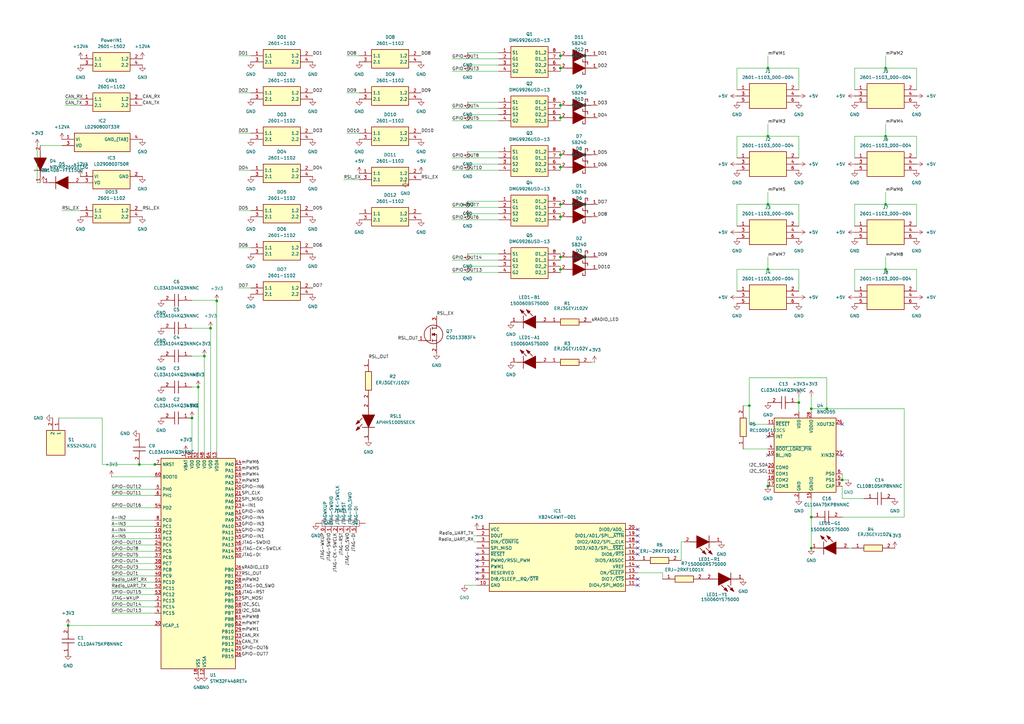
<source format=kicad_sch>
(kicad_sch (version 20231120) (generator "eeschema") (generator_version "8.0")
  (paper "A3")
  (title_block (title "Robo Ryo") (rev "Rev1") (company "Team 1280 Ragin' C-Biscuit") (comment 1 "The replacement for the NI Robo Rio for Team1280's off season project"))
  (junction (at 229.87 48.26))
  (junction (at 229.87 63.5))
  (junction (at 332.74 212.09))
  (junction (at 363.22 110.49))
  (junction (at 229.87 105.41))
  (junction (at 314.96 27.94))
  (junction (at 81.28 158.75))
  (junction (at 229.87 83.82))
  (junction (at 363.22 83.82))
  (junction (at 78.74 171.45))
  (junction (at 363.22 27.94))
  (junction (at 314.96 55.88))
  (junction (at 229.87 43.18))
  (junction (at 345.44 196.85))
  (junction (at 229.87 68.58))
  (junction (at 314.96 199.39))
  (junction (at 229.87 27.94))
  (junction (at 339.09 167.64))
  (junction (at 229.87 88.9))
  (junction (at 229.87 22.86))
  (junction (at 314.96 110.49))
  (junction (at 229.87 110.49))
  (junction (at 307.34 166.37))
  (junction (at 327.66 165.1))
  (junction (at 88.9 123.4267))
  (junction (at 363.22 55.88))
  (junction (at 332.74 224.79))
  (junction (at 57.15 190.5))
  (junction (at 86.36 134.62))
  (junction (at 332.74 167.64))
  (junction (at 314.96 83.82))
  (junction (at 63.5 190.5))
  (junction (at 27.94 256.54))
  (junction (at 83.82 146.05))
  (no_connect (at 195.58 227.33))
  (no_connect (at 195.58 232.41))
  (no_connect (at 195.58 237.49))
  (no_connect (at 261.62 227.33))
  (no_connect (at 261.62 237.49))
  (no_connect (at 261.62 240.03))
  (no_connect (at 195.58 234.95))
  (no_connect (at 261.62 224.79))
  (no_connect (at 314.96 179.07))
  (no_connect (at 261.62 232.41))
  (no_connect (at 195.58 229.87))
  (no_connect (at 261.62 222.25))
  (no_connect (at 314.96 186.69))
  (no_connect (at 345.44 186.69))
  (no_connect (at 261.62 219.71))
  (no_connect (at 261.62 217.17))
  (no_connect (at 345.44 173.99))
  (wire (pts (xy 229.87 68.58) (xy 229.87 69.85)))
  (wire (pts (xy 302.26 55.88) (xy 302.26 64.77)))
  (wire (pts (xy 370.84 167.64) (xy 339.09 167.64)))
  (wire (pts (xy 314.96 196.85) (xy 314.96 199.39)))
  (wire (pts (xy 185.42 106.68) (xy 204.47 106.68)))
  (wire (pts (xy 45.72 195.58) (xy 63.5 195.58)))
  (wire (pts (xy 327.66 55.88) (xy 314.96 55.88)))
  (wire (pts (xy 142.24 54.61) (xy 147.32 54.61)))
  (wire (pts (xy 350.52 110.49) (xy 350.52 119.38)))
  (wire (pts (xy 191.77 21.59) (xy 204.47 21.59)))
  (wire (pts (xy 302.26 27.94) (xy 302.26 36.83)))
  (wire (pts (xy 363.22 110.49) (xy 350.52 110.49)))
  (wire (pts (xy 97.79 54.61) (xy 102.87 54.61)))
  (wire (pts (xy 86.36 134.62) (xy 86.36 185.42)))
  (wire (pts (xy 41.91 171.45) (xy 41.91 190.5)))
  (wire (pts (xy 229.87 88.9) (xy 229.87 90.17)))
  (wire (pts (xy 45.72 215.9) (xy 63.5 215.9)))
  (wire (pts (xy 27.94 256.54) (xy 63.5 256.54)))
  (wire (pts (xy 25.4 86.36) (xy 33.02 86.36)))
  (wire (pts (xy 45.72 233.68) (xy 63.5 233.68)))
  (wire (pts (xy 332.74 204.47) (xy 332.74 212.09)))
  (wire (pts (xy 314.96 105.41) (xy 314.96 110.49)))
  (wire (pts (xy 229.87 87.63) (xy 229.87 88.9)))
  (wire (pts (xy 363.22 78.74) (xy 363.22 83.82)))
  (wire (pts (xy 332.74 167.64) (xy 332.74 168.91)))
  (wire (pts (xy 229.87 43.18) (xy 229.87 44.45)))
  (wire (pts (xy 307.34 173.99) (xy 314.96 173.99)))
  (wire (pts (xy 15.24 59.69) (xy 15.24 74.93)))
  (wire (pts (xy 97.79 86.36) (xy 102.87 86.36)))
  (wire (pts (xy 97.79 38.1) (xy 102.87 38.1)))
  (wire (pts (xy 45.72 223.52) (xy 63.5 223.52)))
  (wire (pts (xy 339.09 167.64) (xy 332.74 167.64)))
  (wire (pts (xy 363.22 55.88) (xy 350.52 55.88)))
  (wire (pts (xy 314.96 27.94) (xy 302.26 27.94)))
  (wire (pts (xy 229.87 26.67) (xy 229.87 27.94)))
  (wire (pts (xy 339.09 154.94) (xy 339.09 167.64)))
  (wire (pts (xy 27.94 269.24) (xy 27.94 267.97)))
  (wire (pts (xy 45.72 243.84) (xy 63.5 243.84)))
  (wire (pts (xy 97.79 69.85) (xy 102.87 69.85)))
  (wire (pts (xy 332.74 212.09) (xy 332.74 224.79)))
  (wire (pts (xy 45.72 220.98) (xy 63.5 220.98)))
  (wire (pts (xy 229.87 83.82) (xy 229.87 85.09)))
  (wire (pts (xy 195.58 219.71) (xy 194.31 219.71)))
  (wire (pts (xy 41.91 190.5) (xy 57.15 190.5)))
  (wire (pts (xy 271.78 234.95) (xy 261.62 234.95)))
  (wire (pts (xy 185.42 49.53) (xy 204.47 49.53)))
  (wire (pts (xy 375.92 119.38) (xy 375.92 110.49)))
  (wire (pts (xy 354.33 204.47) (xy 345.44 204.47)))
  (wire (pts (xy 191.77 104.14) (xy 204.47 104.14)))
  (wire (pts (xy 78.74 171.45) (xy 78.74 185.42)))
  (wire (pts (xy 375.92 83.82) (xy 363.22 83.82)))
  (wire (pts (xy 375.92 27.94) (xy 363.22 27.94)))
  (wire (pts (xy 185.42 85.09) (xy 204.47 85.09)))
  (wire (pts (xy 185.42 44.45) (xy 204.47 44.45)))
  (wire (pts (xy 229.87 63.5) (xy 229.87 64.77)))
  (wire (pts (xy 191.77 26.67) (xy 204.47 26.67)))
  (wire (pts (xy 97.79 118.11) (xy 102.87 118.11)))
  (wire (pts (xy 45.72 241.3) (xy 63.5 241.3)))
  (wire (pts (xy 327.66 27.94) (xy 314.96 27.94)))
  (wire (pts (xy 363.22 83.82) (xy 350.52 83.82)))
  (wire (pts (xy 185.42 64.77) (xy 204.47 64.77)))
  (wire (pts (xy 279.4 222.25) (xy 280.67 222.25)))
  (wire (pts (xy 16.51 59.69) (xy 25.4 59.69)))
  (wire (pts (xy 363.22 50.8) (xy 363.22 55.88)))
  (wire (pts (xy 229.87 67.31) (xy 229.87 68.58)))
  (wire (pts (xy 271.78 237.49) (xy 271.78 234.95)))
  (wire (pts (xy 304.8 184.15) (xy 314.96 184.15)))
  (wire (pts (xy 327.66 165.1) (xy 327.66 162.56)))
  (wire (pts (xy 375.92 36.83) (xy 375.92 27.94)))
  (wire (pts (xy 45.72 231.14) (xy 63.5 231.14)))
  (wire (pts (xy 140.97 73.66) (xy 147.32 73.66)))
  (wire (pts (xy 314.96 83.82) (xy 302.26 83.82)))
  (wire (pts (xy 15.24 74.93) (xy 16.51 74.93)))
  (wire (pts (xy 243.84 148.59) (xy 242.57 148.59)))
  (wire (pts (xy 142.24 38.1) (xy 147.32 38.1)))
  (wire (pts (xy 314.96 55.88) (xy 302.26 55.88)))
  (wire (pts (xy 142.24 22.86) (xy 147.32 22.86)))
  (wire (pts (xy 88.9 123.4267) (xy 88.9 123.19)))
  (wire (pts (xy 97.79 22.86) (xy 102.87 22.86)))
  (wire (pts (xy 88.9 185.42) (xy 88.9 123.4267)))
  (wire (pts (xy 63.5 208.28) (xy 45.72 208.28)))
  (wire (pts (xy 307.34 166.37) (xy 307.34 154.94)))
  (wire (pts (xy 363.22 22.86) (xy 363.22 27.94)))
  (wire (pts (xy 302.26 83.82) (xy 302.26 92.71)))
  (wire (pts (xy 195.58 240.03) (xy 190.5 240.03)))
  (wire (pts (xy 191.77 87.63) (xy 204.47 87.63)))
  (wire (pts (xy 191.77 109.22) (xy 204.47 109.22)))
  (wire (pts (xy 26.67 43.18) (xy 33.02 43.18)))
  (wire (pts (xy 229.87 41.91) (xy 229.87 43.18)))
  (wire (pts (xy 314.96 78.74) (xy 314.96 83.82)))
  (wire (pts (xy 350.52 55.88) (xy 350.52 64.77)))
  (wire (pts (xy 302.26 110.49) (xy 302.26 119.38)))
  (wire (pts (xy 332.74 162.56) (xy 332.74 167.64)))
  (wire (pts (xy 26.67 40.64) (xy 33.02 40.64)))
  (wire (pts (xy 45.72 228.6) (xy 63.5 228.6)))
  (wire (pts (xy 327.66 92.71) (xy 327.66 83.82)))
  (wire (pts (xy 45.72 236.22) (xy 63.5 236.22)))
  (wire (pts (xy 66.04 190.5) (xy 63.5 190.5)))
  (wire (pts (xy 229.87 27.94) (xy 229.87 29.21)))
  (wire (pts (xy 345.44 212.09) (xy 370.84 212.09)))
  (wire (pts (xy 24.13 171.45) (xy 41.91 171.45)))
  (wire (pts (xy 229.87 22.86) (xy 229.87 24.13)))
  (wire (pts (xy 81.28 158.75) (xy 78.74 158.75)))
  (wire (pts (xy 45.72 238.76) (xy 63.5 238.76)))
  (wire (pts (xy 45.72 218.44) (xy 63.5 218.44)))
  (wire (pts (xy 45.72 248.92) (xy 63.5 248.92)))
  (wire (pts (xy 327.66 64.77) (xy 327.66 55.88)))
  (wire (pts (xy 363.22 27.94) (xy 350.52 27.94)))
  (wire (pts (xy 314.96 22.86) (xy 314.96 27.94)))
  (wire (pts (xy 57.15 190.5) (xy 63.5 190.5)))
  (wire (pts (xy 185.42 69.85) (xy 204.47 69.85)))
  (wire (pts (xy 370.84 212.09) (xy 370.84 167.64)))
  (wire (pts (xy 194.31 222.25) (xy 195.58 222.25)))
  (wire (pts (xy 279.4 229.87) (xy 279.4 222.25)))
  (wire (pts (xy 307.34 154.94) (xy 339.09 154.94)))
  (wire (pts (xy 307.34 173.99) (xy 307.34 166.37)))
  (wire (pts (xy 185.42 29.21) (xy 204.47 29.21)))
  (wire (pts (xy 185.42 90.17) (xy 204.47 90.17)))
  (wire (pts (xy 45.72 246.38) (xy 63.5 246.38)))
  (wire (pts (xy 185.42 24.13) (xy 204.47 24.13)))
  (wire (pts (xy 229.87 109.22) (xy 229.87 110.49)))
  (wire (pts (xy 229.87 46.99) (xy 229.87 48.26)))
  (wire (pts (xy 229.87 82.55) (xy 229.87 83.82)))
  (wire (pts (xy 314.96 50.8) (xy 314.96 55.88)))
  (wire (pts (xy 97.79 101.6) (xy 102.87 101.6)))
  (wire (pts (xy 229.87 62.23) (xy 229.87 63.5)))
  (wire (pts (xy 78.74 134.62) (xy 86.36 134.62)))
  (wire (pts (xy 45.72 200.66) (xy 63.5 200.66)))
  (wire (pts (xy 229.87 110.49) (xy 229.87 111.76)))
  (wire (pts (xy 375.92 110.49) (xy 363.22 110.49)))
  (wire (pts (xy 327.66 83.82) (xy 314.96 83.82)))
  (wire (pts (xy 327.66 110.49) (xy 314.96 110.49)))
  (wire (pts (xy 347.98 196.85) (xy 345.44 196.85)))
  (wire (pts (xy 191.77 62.23) (xy 204.47 62.23)))
  (wire (pts (xy 185.42 111.76) (xy 204.47 111.76)))
  (wire (pts (xy 191.77 41.91) (xy 204.47 41.91)))
  (wire (pts (xy 191.77 46.99) (xy 204.47 46.99)))
  (wire (pts (xy 229.87 21.59) (xy 229.87 22.86)))
  (wire (pts (xy 327.66 36.83) (xy 327.66 27.94)))
  (wire (pts (xy 314.96 110.49) (xy 302.26 110.49)))
  (wire (pts (xy 345.44 204.47) (xy 345.44 199.39)))
  (wire (pts (xy 375.92 92.71) (xy 375.92 83.82)))
  (wire (pts (xy 375.92 64.77) (xy 375.92 55.88)))
  (wire (pts (xy 363.22 105.41) (xy 363.22 110.49)))
  (wire (pts (xy 191.77 82.55) (xy 204.47 82.55)))
  (wire (pts (xy 83.82 146.05) (xy 78.74 146.05)))
  (wire (pts (xy 78.74 123.19) (xy 88.9 123.19)))
  (wire (pts (xy 229.87 104.14) (xy 229.87 105.41)))
  (wire (pts (xy 350.52 83.82) (xy 350.52 92.71)))
  (wire (pts (xy 327.66 165.1) (xy 327.66 168.91)))
  (wire (pts (xy 45.72 226.06) (xy 63.5 226.06)))
  (wire (pts (xy 45.72 213.36) (xy 63.5 213.36)))
  (wire (pts (xy 350.52 27.94) (xy 350.52 36.83)))
  (wire (pts (xy 327.66 119.38) (xy 327.66 110.49)))
  (wire (pts (xy 45.72 251.46) (xy 63.5 251.46)))
  (wire (pts (xy 229.87 105.41) (xy 229.87 106.68)))
  (wire (pts (xy 45.72 203.2) (xy 63.5 203.2)))
  (wire (pts (xy 229.87 48.26) (xy 229.87 49.53)))
  (wire (pts (xy 345.44 194.31) (xy 345.44 196.85)))
  (wire (pts (xy 81.28 158.75) (xy 81.28 185.42)))
  (wire (pts (xy 83.82 146.05) (xy 83.82 185.42)))
  (wire (pts (xy 191.77 67.31) (xy 204.47 67.31)))
  (wire (pts (xy 304.8 166.37) (xy 307.34 166.37)))
  (wire (pts (xy 349.25 224.79) (xy 347.98 224.79)))
  (wire (pts (xy 375.92 55.88) (xy 363.22 55.88)))
  (label "mPWM2" (at 99.06 238.76 0))
  (label "mPWM8" (at 99.06 254 0))
  (label "DO9" (at 245.11 105.41 0))
  (label "GPIO-IN1" (at 99.06 220.98 0))
  (label "mPWM5" (at 314.96 78.74 0))
  (label "DO7" (at 97.79 118.11 0))
  (label "DO5" (at 128.27 86.36 0))
  (label "JTAG-WKUP" (at 45.72 246.38 0))
  (label "JTAG-RST" (at 140.97 218.44 270))
  (label "DO8" (at 172.72 22.86 0))
  (label "GPIO-OUT7" (at 185.42 85.09 0))
  (label "CAN_RX" (at 58.42 40.64 0))
  (label "GPIO-OUT3" (at 45.72 233.68 0))
  (label "Radio_UART_RX" (at 194.31 222.25 180))
  (label "CAN_TX" (at 99.06 264.16 0))
  (label "GPIO-OUT10" (at 45.72 223.52 0))
  (label "DO3" (at 128.27 54.61 0))
  (label "SPI_MISO" (at 99.06 205.74 0))
  (label "GPIO-IN6" (at 99.06 200.66 0))
  (label "GPIO-IN5" (at 99.06 210.82 0))
  (label "mPWM4" (at 99.06 195.58 0))
  (label "GPIO-OUT14" (at 45.72 248.92 0))
  (label "CAN_TX" (at 58.42 43.18 0))
  (label "DO9" (at 172.72 38.1 0))
  (label "DO4" (at 97.79 69.85 0))
  (label "mPWM8" (at 363.22 105.41 0))
  (label "I2C_SDA" (at 99.06 251.46 0))
  (label "DO6" (at 245.11 68.58 0))
  (label "DO6" (at 128.27 101.6 0))
  (label "GPIO-OUT1" (at 185.42 24.13 0))
  (label "mPWM1" (at 314.96 22.86 0))
  (label "DO2" (at 128.27 38.1 0))
  (label "GPIO-IN3" (at 99.06 215.9 0))
  (label "SPI_MOSI" (at 99.06 246.38 0))
  (label "A-IN1" (at 99.06 208.28 0))
  (label "mPWM1" (at 99.06 259.08 0))
  (label "JTAG-CK-SWCLK" (at 99.06 226.06 0))
  (label "DO2" (at 97.79 38.1 0))
  (label "DO7" (at 245.11 83.82 0))
  (label "GPIO-OUT13" (at 185.42 111.76 0))
  (label "DO4" (at 128.27 69.85 0))
  (label "A-IN4" (at 45.72 218.44 0))
  (label "RSL_EX" (at 25.4 86.36 0))
  (label "DO3" (at 245.11 43.18 0))
  (label "GPIO-OUT7" (at 99.06 269.24 0))
  (label "CAN_RX" (at 26.67 40.64 0))
  (label "JTAG-DO_SWO" (at 99.06 241.3 0))
  (label "DO4" (at 245.11 48.26 0))
  (label "Radio_UART_TX" (at 45.72 241.3 0))
  (label "DO8" (at 142.24 22.86 0))
  (label "I2C_SCL" (at 99.06 248.92 0))
  (label "GPIO-OUT4" (at 45.72 231.14 0))
  (label "mPWM2" (at 363.22 22.86 0))
  (label "CAN_TX" (at 26.67 43.18 0))
  (label "RSL_EX" (at 140.97 73.66 0))
  (label "DO5" (at 245.11 63.5 0))
  (label "RSL_EX" (at 179.07 129.54 0))
  (label "mPWM3" (at 99.06 198.12 0))
  (label "DO10" (at 172.72 54.61 0))
  (label "JTAG-DI" (at 99.06 228.6 0))
  (label "JTAG-WKUP" (at 133.35 218.44 270))
  (label "JTAG-DO_SWO" (at 143.51 218.44 270))
  (label "A-IN2" (at 45.72 213.36 0))
  (label "mPWM6" (at 363.22 78.74 0))
  (label "mPWM3" (at 314.96 50.8 0))
  (label "mPWM5" (at 99.06 193.04 0))
  (label "I2C_SCL" (at 314.96 194.31 180))
  (label "GPIO-OUT4" (at 185.42 44.45 0))
  (label "JTAG-RST" (at 99.06 243.84 0))
  (label "A-IN5" (at 45.72 220.98 0))
  (label "DO7" (at 128.27 118.11 0))
  (label "GPIO-OUT5" (at 45.72 228.6 0))
  (label "DO3" (at 97.79 54.61 0))
  (label "RSL_EX" (at 172.72 73.66 0))
  (label "Radio_UART_TX" (at 194.31 219.71 180))
  (label "mPWM7" (at 314.96 105.41 0))
  (label "GPIO-OUT8" (at 45.72 226.06 0))
  (label "GPIO-OUT5" (at 185.42 49.53 0))
  (label "RSL_OUT" (at 99.06 236.22 0))
  (label "GPIO-OUT13" (at 45.72 251.46 0))
  (label "DO1" (at 97.79 22.86 0))
  (label "mPWM6" (at 99.06 190.5 0))
  (label "CAN_RX" (at 99.06 261.62 0))
  (label "DO9" (at 142.24 38.1 0))
  (label "DO6" (at 97.79 101.6 0))
  (label "GPIO-OUT12" (at 45.72 200.66 0))
  (label "sRADIO_LED" (at 242.57 132.08 0))
  (label "GPIO-IN2" (at 99.06 218.44 0))
  (label "GPIO-IN4" (at 99.06 213.36 0))
  (label "GPIO-OUT15" (at 45.72 243.84 0))
  (label "RSL_OUT" (at 171.45 139.7 180))
  (label "A-IN3" (at 45.72 215.9 0))
  (label "GPIO-OUT11" (at 45.72 203.2 0))
  (label "GPIO-OUT14" (at 185.42 106.68 0))
  (label "Radio_UART_RX" (at 45.72 238.76 0))
  (label "GPIO-OUT6" (at 99.06 266.7 0))
  (label "GPIO-OUT1" (at 45.72 236.22 0))
  (label "GPIO-OUT10" (at 185.42 69.85 0))
  (label "JTAG-DI" (at 146.05 218.44 270))
  (label "DO5" (at 97.79 86.36 0))
  (label "GPIO-OUT6" (at 185.42 90.17 0))
  (label "sRADIO_LED" (at 99.06 233.68 0))
  (label "DO10" (at 142.24 54.61 0))
  (label "mPWM4" (at 363.22 50.8 0))
  (label "DO2" (at 245.11 27.94 0))
  (label "DO1" (at 128.27 22.86 0))
  (label "JTAG-SWDIO" (at 99.06 223.52 0))
  (label "RSL_EX" (at 58.42 86.36 0))
  (label "JTAG-SWDIO" (at 135.89 218.44 270))
  (label "GPIO-OUT8" (at 185.42 64.77 0))
  (label "GPIO-OUT16" (at 45.72 208.28 0))
  (label "DO1" (at 245.11 22.86 0))
  (label "GPIO-OUT3" (at 185.42 29.21 0))
  (label "DO10" (at 245.11 110.49 0))
  (label "DO8" (at 245.11 88.9 0))
  (label "JTAG-CK-SWCLK" (at 138.43 218.44 270))
  (label "mPWM7" (at 99.06 256.54 0))
  (label "SPI_CLK" (at 99.06 203.2 0))
  (label "RSL_OUT" (at 151.13 147.32 0))
  (label "I2C_SDA" (at 314.96 191.77 180))
  (symbol (lib_id "power:+3V3") (at 243.84 148.59 0) (unit 1)
    (property "Reference" "#PWR0106" (effects (hide yes)))
    (property "Value" "+3V3" (at 243.84 143.51 0))
    (property "Description" "Power symbol creates a global label with name \"+3V3\"" (effects (hide yes)))
  )
  (symbol (lib_id "power:+5V") (at 147.32 71.12 0) (unit 1)
    (property "Reference" "#PWR054" (effects (hide yes)))
    (property "Value" "+5V" (at 147.32 66.04 0))
    (property "Description" "Power symbol creates a global label with name \"+5V\"" (effects (hide yes)))
  )
  (symbol (lib_id "SamacSys_Parts:SB240") (at 247.65 88.9 180) (unit 1)
    (property "Reference" "D6" (at 237.49 81.28 0))
    (property "Value" "SB240" (at 237.49 83.82 0))
    (property "Footprint" "DIOAD1910W86L670D310" (effects (hide yes)))
    (property "Datasheet" "https://www.panjit.com.tw/en/Product/downloadPDF/SB240" (effects (hide yes)))
    (property "Description" "Power Schottky (IF1A) - SB240 , Standard, 40V, 2A, DO-15" (effects (hide yes)))
    (property "Manufacturer_Name" "PANJIT" (effects (hide yes)))
    (property "Manufacturer_Part_Number" "SB240" (effects (hide yes)))
  )
  (symbol (lib_id "power:GND") (at 66.04 146.05 0) (unit 1)
    (property "Reference" "#PWR016" (effects (hide yes)))
    (property "Value" "GND" (at 66.04 151.13 0))
    (property "Description" "Power symbol creates a global label with name \"GND\" , ground" (effects (hide yes)))
  )
  (symbol (lib_id "power:GND") (at 128.27 120.65 0) (unit 1)
    (property "Reference" "#PWR042" (effects (hide yes)))
    (property "Value" "GND" (at 128.27 125.73 0))
    (property "Description" "Power symbol creates a global label with name \"GND\" , ground" (effects (hide yes)))
  )
  (symbol (lib_id "SamacSys_Parts:SB240") (at 247.65 48.26 180) (unit 1)
    (property "Reference" "D10" (at 237.49 40.64 0))
    (property "Value" "SB240" (at 237.49 43.18 0))
    (property "Footprint" "DIOAD1910W86L670D310" (effects (hide yes)))
    (property "Datasheet" "https://www.panjit.com.tw/en/Product/downloadPDF/SB240" (effects (hide yes)))
    (property "Description" "Power Schottky (IF1A) - SB240 , Standard, 40V, 2A, DO-15" (effects (hide yes)))
    (property "Manufacturer_Name" "PANJIT" (effects (hide yes)))
    (property "Manufacturer_Part_Number" "SB240" (effects (hide yes)))
  )
  (symbol (lib_id "power:GND") (at 191.77 82.55 0) (unit 1)
    (property "Reference" "#PWR027" (effects (hide yes)))
    (property "Value" "GND" (at 191.77 87.63 0))
    (property "Description" "Power symbol creates a global label with name \"GND\" , ground" (effects (hide yes)))
  )
  (symbol (lib_id "power:+5V") (at 375.92 39.37 270) (unit 1)
    (property "Reference" "#PWR081" (effects (hide yes)))
    (property "Value" "+5V" (at 379.73 39.3699 90) (effects (justify left)))
    (property "Description" "Power symbol creates a global label with name \"+5V\"" (effects (hide yes)))
  )
  (symbol (lib_id "SamacSys_Parts:DMG9926USD-13") (at 204.47 82.55 0) (unit 1)
    (property "Reference" "Q4" (at 217.17 74.93 0))
    (property "Value" "DMG9926USD-13" (at 217.17 77.47 0))
    (property "Footprint" "SOIC127P600X175-8N" (effects (hide yes)))
    (property "Datasheet" "https://www.diodes.com//assets/Datasheets/ds31757.pdf" (effects (hide yes)))
    (property "Description" "Diodes Inc DMG9926USD-13 Dual N-channel MOSFET Transistor, 8 A, 20 V, 8-Pin SOP" (effects (hide yes)))
    (property "Height" "1.75" (effects (hide yes)))
    (property "Mouser Part Number" "621-DMG9926USD-13" (effects (hide yes)))
    (property "Mouser Price/Stock" "https://www.mouser.co.uk/ProductDetail/Diodes-Incorporated/DMG9926USD-13?qs=4YT44p7w2buzSaF0raP1iw%3D%3D" (effects (hide yes)))
    (property "Manufacturer_Name" "Diodes Incorporated" (effects (hide yes)))
    (property "Manufacturer_Part_Number" "DMG9926USD-13" (effects (hide yes)))
  )
  (symbol (lib_id "power:GND") (at 375.92 97.79 0) (unit 1)
    (property "Reference" "#PWR090" (effects (hide yes)))
    (property "Value" "GND" (at 375.92 102.87 0))
    (property "Description" "Power symbol creates a global label with name \"GND\" , ground" (effects (hide yes)))
  )
  (symbol (lib_id "SamacSys_Parts:2601-1103_000-004") (at 350.52 119.38 0) (unit 1)
    (property "Reference" "J8" (at 363.22 111.76 0))
    (property "Value" "2601-1103_000-004" (at 363.22 114.3 0))
    (property "Footprint" "26011103" (effects (hide yes)))
    (property "Datasheet" "https://www.wago.com/2601-1103/000-004" (effects (hide yes)))
    (property "Description" "PCB terminal block; lever; 1.5 mm; Pin spacing 3.5 mm; 3-pole; Push-in CAGE CLAMP; 1,50 mm; gray" (effects (hide yes)))
    (property "Height" "12.75" (effects (hide yes)))
    (property "Manufacturer_Name" "Wago" (effects (hide yes)))
    (property "Manufacturer_Part_Number" "2601-1103/000-004" (effects (hide yes)))
  )
  (symbol (lib_id "SamacSys_Parts:150060YS75000") (at 304.8 237.49 180) (unit 1)
    (property "Reference" "LED1-Y1" (at 298.4501 243.84 0) (effects (justify left)))
    (property "Value" "150060YS75000" (at 303.276 245.872 0) (effects (justify left)))
    (property "Footprint" "LEDC1608X80N" (effects (hide yes)))
    (property "Datasheet" "http://uk.rs-online.com/web/p/products/8154219" (effects (hide yes)))
    (property "Description" "LED,Wurth Elektronik,150060YS75000 Wurth Elektronik 150060YS75000, WL-SMCW Series Yellow LED, 590 nm, 1608 (0603) Clear, Rectangle Lens SMD Package" (effects (hide yes)))
    (property "Height" "0.8" (effects (hide yes)))
    (property "Manufacturer_Name" "Wurth Elektronik" (effects (hide yes)))
    (property "Manufacturer_Part_Number" "150060YS75000" (effects (hide yes)))
    (property "Mouser Part Number" "710-150060YS75000" (effects (hide yes)))
    (property "Mouser Price/Stock" "https://www.mouser.co.uk/ProductDetail/Wurth-Elektronik/150060YS75000?qs=LlUlMxKIyB0nKmwefHgtZw%3D%3D" (effects (hide yes)))
  )
  (symbol (lib_id "SamacSys_Parts:2601-1103_000-004") (at 350.52 36.83 0) (unit 1)
    (property "Reference" "J5" (at 363.22 29.21 0))
    (property "Value" "2601-1103_000-004" (at 363.22 31.75 0))
    (property "Footprint" "26011103" (effects (hide yes)))
    (property "Datasheet" "https://www.wago.com/2601-1103/000-004" (effects (hide yes)))
    (property "Description" "PCB terminal block; lever; 1.5 mm; Pin spacing 3.5 mm; 3-pole; Push-in CAGE CLAMP; 1,50 mm; gray" (effects (hide yes)))
    (property "Height" "12.75" (effects (hide yes)))
    (property "Manufacturer_Name" "Wago" (effects (hide yes)))
    (property "Manufacturer_Part_Number" "2601-1103/000-004" (effects (hide yes)))
  )
  (symbol (lib_id "SamacSys_Parts:2601-1102") (at 102.87 22.86 0) (unit 1)
    (property "Reference" "DO1" (at 115.57 15.24 0))
    (property "Value" "2601-1102" (at 115.57 17.78 0))
    (property "Footprint" "26011102" (effects (hide yes)))
    (property "Datasheet" "https://www.wago.com/2601-1102" (effects (hide yes)))
    (property "Description" "PCB terminal block; lever; 1.5 mm; Pin spacing 3.5 mm; 2-pole; Push-in CAGE CLAMP; 1,50 mm; gray" (effects (hide yes)))
    (property "Height" "12.75" (effects (hide yes)))
    (property "Manufacturer_Name" "Wago" (effects (hide yes)))
    (property "Manufacturer_Part_Number" "2601-1102" (effects (hide yes)))
  )
  (symbol (lib_id "SamacSys_Parts:CD1408-FF11500") (at 17.78 74.93 0) (unit 1)
    (property "Reference" "D5" (at 25.4 67.31 0))
    (property "Value" "CD1408-FF11500" (at 25.4 69.85 0))
    (property "Footprint" "DIOC3419X135N" (effects (hide yes)))
    (property "Datasheet" "https://componentsearchengine.com/Datasheets/1/CD1408-FF11500.pdf" (effects (hide yes)))
    (property "Description" "Rectifiers CHIP DIODE" (effects (hide yes)))
    (property "Height" "1.35" (effects (hide yes)))
    (property "Mouser Part Number" "652-CD1408-FF11500" (effects (hide yes)))
    (property "Mouser Price/Stock" "https://www.mouser.co.uk/ProductDetail/Bourns/CD1408-FF11500?qs=6S5Watp5UnJp8BmlHqR9XQ%3D%3D" (effects (hide yes)))
    (property "Manufacturer_Name" "Bourns" (effects (hide yes)))
    (property "Manufacturer_Part_Number" "CD1408-FF11500" (effects (hide yes)))
  )
  (symbol (lib_id "SamacSys_Parts:XB24CAWIT-001") (at 261.62 240.03 180) (unit 1)
    (property "Reference" "IC1" (at 228.6 209.55 0))
    (property "Value" "XB24CAWIT-001" (at 228.6 212.09 0))
    (property "Footprint" "XB24CAWIT001" (effects (hide yes)))
    (property "Datasheet" "https://www.digi.com/resources/documentation/digidocs/pdfs/90001500.pdf" (effects (hide yes)))
    (property "Description" "802.15.4 Transceiver Module 2.4GHz Integrated, Wire Antenna Through Hole" (effects (hide yes)))
    (property "Height" "29.845" (effects (hide yes)))
    (property "Mouser Part Number" "888-XB24CAWIT-001" (effects (hide yes)))
    (property "Mouser Price/Stock" "https://www.mouser.co.uk/ProductDetail/DIGI/XB24CAWIT-001?qs=%2FPVulymFwT1u0cCwuRVF0g%3D%3D" (effects (hide yes)))
    (property "Manufacturer_Name" "DIGI" (effects (hide yes)))
    (property "Manufacturer_Part_Number" "XB24CAWIT-001" (effects (hide yes)))
  )
  (symbol (lib_id "power:GND") (at 191.77 104.14 0) (unit 1)
    (property "Reference" "#PWR058" (effects (hide yes)))
    (property "Value" "GND" (at 191.77 109.22 0))
    (property "Description" "Power symbol creates a global label with name \"GND\" , ground" (effects (hide yes)))
  )
  (symbol (lib_id "SamacSys_Parts:CL03A104KQ3NNNC") (at 57.15 177.8 270) (unit 1)
    (property "Reference" "C9" (at 60.96 182.8799 90) (effects (justify left)))
    (property "Value" "CL03A104KQ3NNNC" (at 60.96 185.4199 90) (effects (justify left)))
    (property "Footprint" "CAPC0603X33N" (effects (hide yes)))
    (property "Datasheet" "https://media.digikey.com/pdf/Data%20Sheets/Samsung%20PDFs/CL_Series_MLCC_ds.pdf" (effects (hide yes)))
    (property "Description" "Samsung Electro-Mechanics 0201 CL 100nF Ceramic Multilayer Capacitor, 6.3 V, +85C, X5R Dielectric, +/-10% SMD" (effects (hide yes)))
    (property "Height" "0.33" (effects (hide yes)))
    (property "Manufacturer_Name" "SAMSUNG" (effects (hide yes)))
    (property "Manufacturer_Part_Number" "CL03A104KQ3NNNC" (effects (hide yes)))
    (property "Mouser Part Number" "187-CL03A104KQ3NNNC" (effects (hide yes)))
    (property "Mouser Price/Stock" "https://www.mouser.co.uk/ProductDetail/Samsung-Electro-Mechanics/CL03A104KQ3NNNC?qs=X6jEic%2FHinA6awotr6dd%2FQ%3D%3D" (effects (hide yes)))
    (property "Arrow Part Number" "CL03A104KQ3NNNC" (effects (hide yes)))
    (property "Arrow Price/Stock" "https://www.arrow.com/en/products/cl03a104kq3nnnc/samsung-electro-mechanics?region=nac" (effects (hide yes)))
  )
  (symbol (lib_id "SamacSys_Parts:2601-1102") (at 147.32 38.1 0) (unit 1)
    (property "Reference" "DO9" (at 160.02 30.48 0))
    (property "Value" "2601-1102" (at 160.02 33.02 0))
    (property "Footprint" "26011102" (effects (hide yes)))
    (property "Datasheet" "https://www.wago.com/2601-1102" (effects (hide yes)))
    (property "Description" "PCB terminal block; lever; 1.5 mm; Pin spacing 3.5 mm; 2-pole; Push-in CAGE CLAMP; 1,50 mm; gray" (effects (hide yes)))
    (property "Height" "12.75" (effects (hide yes)))
    (property "Manufacturer_Name" "Wago" (effects (hide yes)))
    (property "Manufacturer_Part_Number" "2601-1102" (effects (hide yes)))
  )
  (symbol (lib_id "power:GND") (at 314.96 199.39 0) (unit 1)
    (property "Reference" "#PWR0113" (effects (hide yes)))
    (property "Value" "GND" (at 314.96 204.47 0))
    (property "Description" "Power symbol creates a global label with name \"GND\" , ground" (effects (hide yes)))
  )
  (symbol (lib_id "power:GND") (at 102.87 104.14 0) (unit 1)
    (property "Reference" "#PWR039" (effects (hide yes)))
    (property "Value" "GND" (at 102.87 109.22 0))
    (property "Description" "Power symbol creates a global label with name \"GND\" , ground" (effects (hide yes)))
  )
  (symbol (lib_id "SamacSys_Parts:150060AS75000") (at 209.55 148.59 0) (unit 1)
    (property "Reference" "LED1-A1" (at 217.17 138.43 0))
    (property "Value" "150060AS75000" (at 217.17 140.97 0))
    (property "Footprint" "LEDC1608X80N" (effects (hide yes)))
    (property "Datasheet" "https://componentsearchengine.com/Datasheets/2/150060AS75000.pdf" (effects (hide yes)))
    (property "Description" "2.4 V Amber LED 1608 (0603)  SMD, Wurth Elektronik WL-SMCW 150060AS75000" (effects (hide yes)))
    (property "Height" "0.8" (effects (hide yes)))
    (property "Manufacturer_Name" "Wurth Elektronik" (effects (hide yes)))
    (property "Manufacturer_Part_Number" "150060AS75000" (effects (hide yes)))
    (property "Mouser Part Number" "710-150060AS75000" (effects (hide yes)))
    (property "Mouser Price/Stock" "https://www.mouser.co.uk/ProductDetail/Wurth-Elektronik/150060AS75000?qs=d0WKAl%252BL4KbvMBYryeof0Q%3D%3D" (effects (hide yes)))
  )
  (symbol (lib_id "power:+3V3") (at 367.03 224.79 0) (unit 1)
    (property "Reference" "#PWR0110" (effects (hide yes)))
    (property "Value" "+3V3" (at 367.03 219.71 0))
    (property "Description" "Power symbol creates a global label with name \"+3V3\"" (effects (hide yes)))
  )
  (symbol (lib_id "power:+5V") (at 350.52 39.37 90) (unit 1)
    (property "Reference" "#PWR079" (effects (hide yes)))
    (property "Value" "+5V" (at 346.71 39.3699 90) (effects (justify left)))
    (property "Description" "Power symbol creates a global label with name \"+5V\"" (effects (hide yes)))
  )
  (symbol (lib_id "power:+3V3") (at 195.58 217.17 0) (unit 1)
    (property "Reference" "#PWR021" (effects (hide yes)))
    (property "Value" "+3V3" (at 195.58 212.09 0))
    (property "Description" "Power symbol creates a global label with name \"+3V3\"" (effects (hide yes)))
  )
  (symbol (lib_id "SamacSys_Parts:2601-1102") (at 33.02 86.36 0) (unit 1)
    (property "Reference" "DO13" (at 45.72 78.74 0))
    (property "Value" "2601-1102" (at 45.72 81.28 0))
    (property "Footprint" "26011102" (effects (hide yes)))
    (property "Datasheet" "https://www.wago.com/2601-1102" (effects (hide yes)))
    (property "Description" "PCB terminal block; lever; 1.5 mm; Pin spacing 3.5 mm; 2-pole; Push-in CAGE CLAMP; 1,50 mm; gray" (effects (hide yes)))
    (property "Height" "12.75" (effects (hide yes)))
    (property "Manufacturer_Name" "Wago" (effects (hide yes)))
    (property "Manufacturer_Part_Number" "2601-1102" (effects (hide yes)))
  )
  (symbol (lib_id "power:GND") (at 304.8 237.49 0) (unit 1)
    (property "Reference" "#PWR022" (effects (hide yes)))
    (property "Value" "GND" (at 304.8 242.57 0))
    (property "Description" "Power symbol creates a global label with name \"GND\" , ground" (effects (hide yes)))
  )
  (symbol (lib_id "power:GND") (at 350.52 97.79 0) (unit 1)
    (property "Reference" "#PWR088" (effects (hide yes)))
    (property "Value" "GND" (at 350.52 102.87 0))
    (property "Description" "Power symbol creates a global label with name \"GND\" , ground" (effects (hide yes)))
  )
  (symbol (lib_id "power:GND") (at 151.13 180.34 0) (unit 1)
    (property "Reference" "#PWR046" (effects (hide yes)))
    (property "Value" "GND" (at 151.13 185.42 0))
    (property "Description" "Power symbol creates a global label with name \"GND\" , ground" (effects (hide yes)))
  )
  (symbol (lib_id "power:GND") (at 58.42 57.15 0) (unit 1)
    (property "Reference" "#PWR05" (effects (hide yes)))
    (property "Value" "GND" (at 58.42 62.23 0))
    (property "Description" "Power symbol creates a global label with name \"GND\" , ground" (effects (hide yes)))
  )
  (symbol (lib_id "power:GND") (at 302.26 41.91 0) (unit 1)
    (property "Reference" "#PWR055" (effects (hide yes)))
    (property "Value" "GND" (at 302.26 46.99 0))
    (property "Description" "Power symbol creates a global label with name \"GND\" , ground" (effects (hide yes)))
  )
  (symbol (lib_id "SamacSys_Parts:DMG9926USD-13") (at 204.47 21.59 0) (unit 1)
    (property "Reference" "Q1" (at 217.17 13.97 0))
    (property "Value" "DMG9926USD-13" (at 217.17 16.51 0))
    (property "Footprint" "SOIC127P600X175-8N" (effects (hide yes)))
    (property "Datasheet" "https://www.diodes.com//assets/Datasheets/ds31757.pdf" (effects (hide yes)))
    (property "Description" "Diodes Inc DMG9926USD-13 Dual N-channel MOSFET Transistor, 8 A, 20 V, 8-Pin SOP" (effects (hide yes)))
    (property "Height" "1.75" (effects (hide yes)))
    (property "Mouser Part Number" "621-DMG9926USD-13" (effects (hide yes)))
    (property "Mouser Price/Stock" "https://www.mouser.co.uk/ProductDetail/Diodes-Incorporated/DMG9926USD-13?qs=4YT44p7w2buzSaF0raP1iw%3D%3D" (effects (hide yes)))
    (property "Manufacturer_Name" "Diodes Incorporated" (effects (hide yes)))
    (property "Manufacturer_Part_Number" "DMG9926USD-13" (effects (hide yes)))
  )
  (symbol (lib_id "SamacSys_Parts:2601-1103_000-004") (at 302.26 92.71 0) (unit 1)
    (property "Reference" "J3" (at 314.96 85.09 0))
    (property "Value" "2601-1103_000-004" (at 314.96 87.63 0))
    (property "Footprint" "26011103" (effects (hide yes)))
    (property "Datasheet" "https://www.wago.com/2601-1103/000-004" (effects (hide yes)))
    (property "Description" "PCB terminal block; lever; 1.5 mm; Pin spacing 3.5 mm; 3-pole; Push-in CAGE CLAMP; 1,50 mm; gray" (effects (hide yes)))
    (property "Height" "12.75" (effects (hide yes)))
    (property "Manufacturer_Name" "Wago" (effects (hide yes)))
    (property "Manufacturer_Part_Number" "2601-1103/000-004" (effects (hide yes)))
  )
  (symbol (lib_id "power:GND") (at 102.87 72.39 0) (unit 1)
    (property "Reference" "#PWR035" (effects (hide yes)))
    (property "Value" "GND" (at 102.87 77.47 0))
    (property "Description" "Power symbol creates a global label with name \"GND\" , ground" (effects (hide yes)))
  )
  (symbol (lib_id "power:+5V") (at 375.92 67.31 270) (unit 1)
    (property "Reference" "#PWR085" (effects (hide yes)))
    (property "Value" "+5V" (at 379.73 67.3099 90) (effects (justify left)))
    (property "Description" "Power symbol creates a global label with name \"+5V\"" (effects (hide yes)))
  )
  (symbol (lib_id "power:+5V") (at 327.66 121.92 270) (unit 1)
    (property "Reference" "#PWR077" (effects (hide yes)))
    (property "Value" "+5V" (at 331.47 121.9199 90) (effects (justify left)))
    (property "Description" "Power symbol creates a global label with name \"+5V\"" (effects (hide yes)))
  )
  (symbol (lib_id "SamacSys_Parts:2601-1102") (at 147.32 54.61 0) (unit 1)
    (property "Reference" "DO10" (at 160.02 46.99 0))
    (property "Value" "2601-1102" (at 160.02 49.53 0))
    (property "Footprint" "26011102" (effects (hide yes)))
    (property "Datasheet" "https://www.wago.com/2601-1102" (effects (hide yes)))
    (property "Description" "PCB terminal block; lever; 1.5 mm; Pin spacing 3.5 mm; 2-pole; Push-in CAGE CLAMP; 1,50 mm; gray" (effects (hide yes)))
    (property "Height" "12.75" (effects (hide yes)))
    (property "Manufacturer_Name" "Wago" (effects (hide yes)))
    (property "Manufacturer_Part_Number" "2601-1102" (effects (hide yes)))
  )
  (symbol (lib_id "power:GND") (at 209.55 148.59 0) (unit 1)
    (property "Reference" "#PWR0105" (effects (hide yes)))
    (property "Value" "GND" (at 209.55 153.67 0))
    (property "Description" "Power symbol creates a global label with name \"GND\" , ground" (effects (hide yes)))
  )
  (symbol (lib_id "power:+3V3") (at 83.82 146.05 0) (unit 1)
    (property "Reference" "#PWR0100" (effects (hide yes)))
    (property "Value" "+3V3" (at 83.82 140.97 0))
    (property "Description" "Power symbol creates a global label with name \"+3V3\"" (effects (hide yes)))
  )
  (symbol (lib_id "power:GND") (at 102.87 40.64 0) (unit 1)
    (property "Reference" "#PWR031" (effects (hide yes)))
    (property "Value" "GND" (at 102.87 45.72 0))
    (property "Description" "Power symbol creates a global label with name \"GND\" , ground" (effects (hide yes)))
  )
  (symbol (lib_id "SamacSys_Parts:RC1005F103CS") (at 304.8 184.15 90) (unit 1)
    (property "Reference" "R5" (at 307.34 173.9899 90) (effects (justify right)))
    (property "Value" "RC1005F103CS" (at 307.34 176.5299 90) (effects (justify right)))
    (property "Footprint" "RESC1005X40N" (effects (hide yes)))
    (property "Datasheet" "https://datasheet.datasheetarchive.com/originals/distributors/Datasheets-DGA22/1466507.pdf" (effects (hide yes)))
    (property "Description" "Thick Film General Chip Resistor" (effects (hide yes)))
    (property "Height" "0.4" (effects (hide yes)))
    (property "Manufacturer_Name" "SAMSUNG" (effects (hide yes)))
    (property "Manufacturer_Part_Number" "RC1005F103CS" (effects (hide yes)))
    (property "Mouser Part Number" "N/A" (effects (hide yes)))
    (property "Mouser Price/Stock" "https://www.mouser.com/Search/Refine.aspx?Keyword=N%2FA" (effects (hide yes)))
    (property "Arrow Part Number" "RC1005F103CS" (effects (hide yes)))
    (property "Arrow Price/Stock" "https://www.arrow.com/en/products/rc1005f103cs/samsung-electro-mechanics?region=nac" (effects (hide yes)))
  )
  (symbol (lib_id "SamacSys_Parts:2601-1502") (at 33.02 24.13 0) (unit 1)
    (property "Reference" "PowerIN1" (at 45.72 16.51 0))
    (property "Value" "2601-1502" (at 45.72 19.05 0))
    (property "Footprint" "26011502" (effects (hide yes)))
    (property "Datasheet" "https://www.wago.com/2601-1502" (effects (hide yes)))
    (property "Description" "PCB terminal block; lever; 1.5 mm; Pin spacing 11.5 mm; 2-pole; Push-in CAGE CLAMP" (effects (hide yes)))
    (property "Height" "12.75" (effects (hide yes)))
    (property "Manufacturer_Name" "Wago" (effects (hide yes)))
    (property "Manufacturer_Part_Number" "2601-1502" (effects (hide yes)))
  )
  (symbol (lib_id "power:+3V3") (at 191.77 88.9 0) (unit 1)
    (property "Reference" "#PWR028" (effects (hide yes)))
    (property "Value" "+3V3" (at 191.77 83.82 0))
    (property "Description" "Power symbol creates a global label with name \"+3V3\"" (effects (hide yes)))
  )
  (symbol (lib_id "power:GND") (at 128.27 104.14 0) (unit 1)
    (property "Reference" "#PWR041" (effects (hide yes)))
    (property "Value" "GND" (at 128.27 109.22 0))
    (property "Description" "Power symbol creates a global label with name \"GND\" , ground" (effects (hide yes)))
  )
  (symbol (lib_id "power:GND") (at 350.52 69.85 0) (unit 1)
    (property "Reference" "#PWR084" (effects (hide yes)))
    (property "Value" "GND" (at 350.52 74.93 0))
    (property "Description" "Power symbol creates a global label with name \"GND\" , ground" (effects (hide yes)))
  )
  (symbol (lib_id "power:GND") (at 128.27 72.39 0) (unit 1)
    (property "Reference" "#PWR037" (effects (hide yes)))
    (property "Value" "GND" (at 128.27 77.47 0))
    (property "Description" "Power symbol creates a global label with name \"GND\" , ground" (effects (hide yes)))
  )
  (symbol (lib_id "power:GND") (at 102.87 57.15 0) (unit 1)
    (property "Reference" "#PWR033" (effects (hide yes)))
    (property "Value" "GND" (at 102.87 62.23 0))
    (property "Description" "Power symbol creates a global label with name \"GND\" , ground" (effects (hide yes)))
  )
  (symbol (lib_id "SamacSys_Parts:SB240") (at 247.65 83.82 180) (unit 1)
    (property "Reference" "D1" (at 237.49 76.2 0))
    (property "Value" "SB240" (at 237.49 78.74 0))
    (property "Footprint" "DIOAD1910W86L670D310" (effects (hide yes)))
    (property "Datasheet" "https://www.panjit.com.tw/en/Product/downloadPDF/SB240" (effects (hide yes)))
    (property "Description" "Power Schottky (IF1A) - SB240 , Standard, 40V, 2A, DO-15" (effects (hide yes)))
    (property "Manufacturer_Name" "PANJIT" (effects (hide yes)))
    (property "Manufacturer_Part_Number" "SB240" (effects (hide yes)))
  )
  (symbol (lib_id "power:GND") (at 21.59 171.45 270) (unit 1)
    (property "Reference" "#PWR025" (effects (hide yes)))
    (property "Value" "GND" (at 17.78 171.4499 90) (effects (justify right)))
    (property "Description" "Power symbol creates a global label with name \"GND\" , ground" (effects (hide yes)))
  )
  (symbol (lib_id "power:GND") (at 66.04 134.62 0) (unit 1)
    (property "Reference" "#PWR015" (effects (hide yes)))
    (property "Value" "GND" (at 66.04 139.7 0))
    (property "Description" "Power symbol creates a global label with name \"GND\" , ground" (effects (hide yes)))
  )
  (symbol (lib_id "SamacSys_Parts:150060RS75000") (at 295.91 222.25 180) (unit 1)
    (property "Reference" "LED1-R1" (at 295.402 229.362 0) (effects (justify left)))
    (property "Value" "150060RS75000" (at 297.942 231.394 0) (effects (justify left)))
    (property "Footprint" "LEDC1608X80N" (effects (hide yes)))
    (property "Datasheet" "http://katalog.we-online.de/led/datasheet/150060RS75000.pdf" (effects (hide yes)))
    (property "Description" "WURTH ELEKTRONIK - 150060RS75000 - LED, 0603, RED, 250MCD, 625NM" (effects (hide yes)))
    (property "Height" "0.8" (effects (hide yes)))
    (property "Manufacturer_Name" "Wurth Elektronik" (effects (hide yes)))
    (property "Manufacturer_Part_Number" "150060RS75000" (effects (hide yes)))
    (property "Mouser Part Number" "710-150060RS75000" (effects (hide yes)))
    (property "Mouser Price/Stock" "https://www.mouser.co.uk/ProductDetail/Wurth-Elektronik/150060RS75000?qs=LlUlMxKIyB3QnmZ3fw%2FVCA%3D%3D" (effects (hide yes)))
  )
  (symbol (lib_id "SamacSys_Parts:SB240") (at 247.65 63.5 180) (unit 1)
    (property "Reference" "D7" (at 237.49 55.88 0))
    (property "Value" "SB240" (at 237.49 58.42 0))
    (property "Footprint" "DIOAD1910W86L670D310" (effects (hide yes)))
    (property "Datasheet" "https://www.panjit.com.tw/en/Product/downloadPDF/SB240" (effects (hide yes)))
    (property "Description" "Power Schottky (IF1A) - SB240 , Standard, 40V, 2A, DO-15" (effects (hide yes)))
    (property "Manufacturer_Name" "PANJIT" (effects (hide yes)))
    (property "Manufacturer_Part_Number" "SB240" (effects (hide yes)))
  )
  (symbol (lib_id "power:+5V") (at 375.92 95.25 270) (unit 1)
    (property "Reference" "#PWR089" (effects (hide yes)))
    (property "Value" "+5V" (at 379.73 95.2499 90) (effects (justify left)))
    (property "Description" "Power symbol creates a global label with name \"+5V\"" (effects (hide yes)))
  )
  (symbol (lib_id "power:GND") (at 191.77 41.91 0) (unit 1)
    (property "Reference" "#PWR062" (effects (hide yes)))
    (property "Value" "GND" (at 191.77 46.99 0))
    (property "Description" "Power symbol creates a global label with name \"GND\" , ground" (effects (hide yes)))
  )
  (symbol (lib_id "power:GND") (at 191.77 67.31 0) (unit 1)
    (property "Reference" "#PWR061" (effects (hide yes)))
    (property "Value" "GND" (at 191.77 72.39 0))
    (property "Description" "Power symbol creates a global label with name \"GND\" , ground" (effects (hide yes)))
  )
  (symbol (lib_id "SamacSys_Parts:ERJ3GEYJ102V") (at 349.25 224.79 0) (unit 1)
    (property "Reference" "R4" (at 357.124 217.17 0))
    (property "Value" "ERJ3GEYJ102V" (at 358.648 219.202 0))
    (property "Footprint" "ERJ3EKF1000V" (effects (hide yes)))
    (property "Datasheet" "http://docs-europe.electrocomponents.com/webdocs/13ba/0900766b813ba21b.pdf" (effects (hide yes)))
    (property "Description" "Thick Film Resistors - SMD 0603 1Kohms 5% AEC-Q200" (effects (hide yes)))
    (property "Height" "0.55" (effects (hide yes)))
    (property "Manufacturer_Name" "Panasonic" (effects (hide yes)))
    (property "Manufacturer_Part_Number" "ERJ3GEYJ102V" (effects (hide yes)))
    (property "Mouser Part Number" "667-ERJ-3GEYJ102V" (effects (hide yes)))
    (property "Mouser Price/Stock" "http://www.mouser.com/Search/ProductDetail.aspx?qs=66DK8nO8gJBFiTsClorqsA%3d%3d" (effects (hide yes)))
  )
  (symbol (lib_id "SamacSys_Parts:2601-1102") (at 102.87 69.85 0) (unit 1)
    (property "Reference" "DO4" (at 115.57 62.23 0))
    (property "Value" "2601-1102" (at 115.57 64.77 0))
    (property "Footprint" "26011102" (effects (hide yes)))
    (property "Datasheet" "https://www.wago.com/2601-1102" (effects (hide yes)))
    (property "Description" "PCB terminal block; lever; 1.5 mm; Pin spacing 3.5 mm; 2-pole; Push-in CAGE CLAMP; 1,50 mm; gray" (effects (hide yes)))
    (property "Height" "12.75" (effects (hide yes)))
    (property "Manufacturer_Name" "Wago" (effects (hide yes)))
    (property "Manufacturer_Part_Number" "2601-1102" (effects (hide yes)))
  )
  (symbol (lib_id "power:GND") (at 66.04 123.19 0) (unit 1)
    (property "Reference" "#PWR019" (effects (hide yes)))
    (property "Value" "GND" (at 66.04 128.27 0))
    (property "Description" "Power symbol creates a global label with name \"GND\" , ground" (effects (hide yes)))
  )
  (symbol (lib_id "SamacSys_Parts:2601-1102") (at 102.87 86.36 0) (unit 1)
    (property "Reference" "DO5" (at 115.57 78.74 0))
    (property "Value" "2601-1102" (at 115.57 81.28 0))
    (property "Footprint" "26011102" (effects (hide yes)))
    (property "Datasheet" "https://www.wago.com/2601-1102" (effects (hide yes)))
    (property "Description" "PCB terminal block; lever; 1.5 mm; Pin spacing 3.5 mm; 2-pole; Push-in CAGE CLAMP; 1,50 mm; gray" (effects (hide yes)))
    (property "Height" "12.75" (effects (hide yes)))
    (property "Manufacturer_Name" "Wago" (effects (hide yes)))
    (property "Manufacturer_Part_Number" "2601-1102" (effects (hide yes)))
  )
  (symbol (lib_id "power:GND") (at 190.5 240.03 0) (unit 1)
    (property "Reference" "#PWR047" (effects (hide yes)))
    (property "Value" "GND" (at 190.5 245.11 0))
    (property "Description" "Power symbol creates a global label with name \"GND\" , ground" (effects (hide yes)))
  )
  (symbol (lib_id "SamacSys_Parts:DMG9926USD-13") (at 204.47 62.23 0) (unit 1)
    (property "Reference" "Q3" (at 217.17 54.61 0))
    (property "Value" "DMG9926USD-13" (at 217.17 57.15 0))
    (property "Footprint" "SOIC127P600X175-8N" (effects (hide yes)))
    (property "Datasheet" "https://www.diodes.com//assets/Datasheets/ds31757.pdf" (effects (hide yes)))
    (property "Description" "Diodes Inc DMG9926USD-13 Dual N-channel MOSFET Transistor, 8 A, 20 V, 8-Pin SOP" (effects (hide yes)))
    (property "Height" "1.75" (effects (hide yes)))
    (property "Mouser Part Number" "621-DMG9926USD-13" (effects (hide yes)))
    (property "Mouser Price/Stock" "https://www.mouser.co.uk/ProductDetail/Diodes-Incorporated/DMG9926USD-13?qs=4YT44p7w2buzSaF0raP1iw%3D%3D" (effects (hide yes)))
    (property "Manufacturer_Name" "Diodes Incorporated" (effects (hide yes)))
    (property "Manufacturer_Part_Number" "DMG9926USD-13" (effects (hide yes)))
  )
  (symbol (lib_id "power:+5V") (at 327.66 95.25 270) (unit 1)
    (property "Reference" "#PWR073" (effects (hide yes)))
    (property "Value" "+5V" (at 331.47 95.2499 90) (effects (justify left)))
    (property "Description" "Power symbol creates a global label with name \"+5V\"" (effects (hide yes)))
  )
  (symbol (lib_id "power:+12VA") (at 33.02 24.13 0) (unit 1)
    (property "Reference" "#PWR04" (effects (hide yes)))
    (property "Value" "+12VA" (at 33.02 19.05 0))
    (property "Description" "Power symbol creates a global label with name \"+12VA\"" (effects (hide yes)))
  )
  (symbol (lib_id "power:GND") (at 147.32 90.17 0) (unit 1)
    (property "Reference" "#PWR065" (effects (hide yes)))
    (property "Value" "GND" (at 147.32 95.25 0))
    (property "Description" "Power symbol creates a global label with name \"GND\" , ground" (effects (hide yes)))
  )
  (symbol (lib_id "power:GND") (at 332.74 224.79 0) (unit 1)
    (property "Reference" "#PWR0111" (effects (hide yes)))
    (property "Value" "GND" (at 332.74 229.87 0))
    (property "Description" "Power symbol creates a global label with name \"GND\" , ground" (effects (hide yes)))
  )
  (symbol (lib_id "power:GND") (at 102.87 88.9 0) (unit 1)
    (property "Reference" "#PWR036" (effects (hide yes)))
    (property "Value" "GND" (at 102.87 93.98 0))
    (property "Description" "Power symbol creates a global label with name \"GND\" , ground" (effects (hide yes)))
  )
  (symbol (lib_id "SamacSys_Parts:CL10A475KP8NNNC") (at 27.94 269.24 90) (unit 1)
    (property "Reference" "C1" (at 31.75 261.6199 90) (effects (justify right)))
    (property "Value" "CL10A475KP8NNNC" (at 31.75 264.1599 90) (effects (justify right)))
    (property "Footprint" "CAPC1608X90N" (effects (hide yes)))
    (property "Datasheet" "https://www.arrow.com/en/products/cl10a475kp8nnnc/samsung-electro-mechanics" (effects (hide yes)))
    (property "Description" "Multilayer Ceramic Capacitors MLCC - SMD/SMT" (effects (hide yes)))
    (property "Height" "0.9" (effects (hide yes)))
    (property "Manufacturer_Name" "SAMSUNG" (effects (hide yes)))
    (property "Manufacturer_Part_Number" "CL10A475KP8NNNC" (effects (hide yes)))
    (property "Mouser Part Number" "187-CL10A475KP8NNNC" (effects (hide yes)))
    (property "Mouser Price/Stock" "https://www.mouser.co.uk/ProductDetail/Samsung-Electro-Mechanics/CL10A475KP8NNNC?qs=hqM3L16%252BxlfQRmkWsZz5vA%3D%3D" (effects (hide yes)))
    (property "Arrow Part Number" "CL10A475KP8NNNC" (effects (hide yes)))
    (property "Arrow Price/Stock" "https://www.arrow.com/en/products/cl10a475kp8nnnc/samsung-electro-mechanics?region=europe" (effects (hide yes)))
  )
  (symbol (lib_id "power:+5V") (at 17.78 74.93 0) (unit 1)
    (property "Reference" "#PWR010" (effects (hide yes)))
    (property "Value" "+5V" (at 17.78 69.85 0))
    (property "Description" "Power symbol creates a global label with name \"+5V\"" (effects (hide yes)))
  )
  (symbol (lib_id "power:+12VA") (at 58.42 24.13 0) (unit 1)
    (property "Reference" "#PWR03" (effects (hide yes)))
    (property "Value" "+12VA" (at 58.42 19.05 0))
    (property "Description" "Power symbol creates a global label with name \"+12VA\"" (effects (hide yes)))
  )
  (symbol (lib_id "SamacSys_Parts:2601-1102") (at 147.32 71.12 0) (unit 1)
    (property "Reference" "DO11" (at 160.02 63.5 0))
    (property "Value" "2601-1102" (at 160.02 66.04 0))
    (property "Footprint" "26011102" (effects (hide yes)))
    (property "Datasheet" "https://www.wago.com/2601-1102" (effects (hide yes)))
    (property "Description" "PCB terminal block; lever; 1.5 mm; Pin spacing 3.5 mm; 2-pole; Push-in CAGE CLAMP; 1,50 mm; gray" (effects (hide yes)))
    (property "Height" "12.75" (effects (hide yes)))
    (property "Manufacturer_Name" "Wago" (effects (hide yes)))
    (property "Manufacturer_Part_Number" "2601-1102" (effects (hide yes)))
  )
  (symbol (lib_id "power:+5V") (at 350.52 95.25 90) (unit 1)
    (property "Reference" "#PWR087" (effects (hide yes)))
    (property "Value" "+5V" (at 346.71 95.2499 90) (effects (justify left)))
    (property "Description" "Power symbol creates a global label with name \"+5V\"" (effects (hide yes)))
  )
  (symbol (lib_id "power:GND") (at 172.72 25.4 0) (unit 1)
    (property "Reference" "#PWR050" (effects (hide yes)))
    (property "Value" "GND" (at 172.72 30.48 0))
    (property "Description" "Power symbol creates a global label with name \"GND\" , ground" (effects (hide yes)))
  )
  (symbol (lib_id "power:GND") (at 33.02 26.67 0) (unit 1)
    (property "Reference" "#PWR01" (effects (hide yes)))
    (property "Value" "GND" (at 33.02 31.75 0))
    (property "Description" "Power symbol creates a global label with name \"GND\" , ground" (effects (hide yes)))
  )
  (symbol (lib_id "MCU_ST_STM32F4:STM32F446RETx") (at 81.28 231.14 0) (unit 1)
    (property "Reference" "U1" (at 86.0141 276.86 0) (effects (justify left)))
    (property "Value" "STM32F446RETx" (at 86.0141 279.4 0) (effects (justify left)))
    (property "Footprint" "Package_QFP:LQFP-64_10x10mm_P0.5mm" (effects (hide yes)))
    (property "Datasheet" "https://www.st.com/resource/en/datasheet/stm32f446re.pdf" (effects (hide yes)))
    (property "Description" "STMicroelectronics Arm Cortex-M4 MCU, 512KB flash, 128KB RAM, 180 MHz, 1.8-3.6V, 50 GPIO, LQFP64" (effects (hide yes)))
  )
  (symbol (lib_id "power:+5V") (at 302.26 121.92 90) (unit 1)
    (property "Reference" "#PWR075" (effects (hide yes)))
    (property "Value" "+5V" (at 298.45 121.9199 90) (effects (justify left)))
    (property "Description" "Power symbol creates a global label with name \"+5V\"" (effects (hide yes)))
  )
  (symbol (lib_id "power:GND") (at 172.72 57.15 0) (unit 1)
    (property "Reference" "#PWR052" (effects (hide yes)))
    (property "Value" "GND" (at 172.72 62.23 0))
    (property "Description" "Power symbol creates a global label with name \"GND\" , ground" (effects (hide yes)))
  )
  (symbol (lib_id "power:GND") (at 58.42 88.9 0) (unit 1)
    (property "Reference" "#PWR098" (effects (hide yes)))
    (property "Value" "GND" (at 58.42 93.98 0))
    (property "Description" "Power symbol creates a global label with name \"GND\" , ground" (effects (hide yes)))
  )
  (symbol (lib_id "SamacSys_Parts:SB240") (at 247.65 105.41 180) (unit 1)
    (property "Reference" "D2" (at 237.49 97.79 0))
    (property "Value" "SB240" (at 237.49 100.33 0))
    (property "Footprint" "DIOAD1910W86L670D310" (effects (hide yes)))
    (property "Datasheet" "https://www.panjit.com.tw/en/Product/downloadPDF/SB240" (effects (hide yes)))
    (property "Description" "Power Schottky (IF1A) - SB240 , Standard, 40V, 2A, DO-15" (effects (hide yes)))
    (property "Manufacturer_Name" "PANJIT" (effects (hide yes)))
    (property "Manufacturer_Part_Number" "SB240" (effects (hide yes)))
  )
  (symbol (lib_id "SamacSys_Parts:ERJ3GEYJ102V") (at 151.13 147.32 270) (unit 1)
    (property "Reference" "R2" (at 161.036 154.432 90))
    (property "Value" "ERJ3GEYJ102V" (at 161.036 156.972 90))
    (property "Footprint" "ERJ3EKF1000V" (effects (hide yes)))
    (property "Datasheet" "http://docs-europe.electrocomponents.com/webdocs/13ba/0900766b813ba21b.pdf" (effects (hide yes)))
    (property "Description" "Thick Film Resistors - SMD 0603 1Kohms 5% AEC-Q200" (effects (hide yes)))
    (property "Height" "0.55" (effects (hide yes)))
    (property "Manufacturer_Name" "Panasonic" (effects (hide yes)))
    (property "Manufacturer_Part_Number" "ERJ3GEYJ102V" (effects (hide yes)))
    (property "Mouser Part Number" "667-ERJ-3GEYJ102V" (effects (hide yes)))
    (property "Mouser Price/Stock" "http://www.mouser.com/Search/ProductDetail.aspx?qs=66DK8nO8gJBFiTsClorqsA%3d%3d" (effects (hide yes)))
  )
  (symbol (lib_id "power:GND") (at 191.77 87.63 0) (unit 1)
    (property "Reference" "#PWR057" (effects (hide yes)))
    (property "Value" "GND" (at 191.77 92.71 0))
    (property "Description" "Power symbol creates a global label with name \"GND\" , ground" (effects (hide yes)))
  )
  (symbol (lib_id "SamacSys_Parts:CSD13383F4") (at 171.45 139.7 0) (unit 1)
    (property "Reference" "Q7" (at 182.88 135.8899 0) (effects (justify left)))
    (property "Value" "CSD13383F4" (at 182.88 138.4299 0) (effects (justify left)))
    (property "Footprint" "CSD13383F4" (effects (hide yes)))
    (property "Datasheet" "http://www.ti.com/lit/gpn/csd13383f4" (effects (hide yes)))
    (property "Description" "12V, N ch NexFET MOSFET, single LGA 1.0 x 0.6mm, 44mOhm" (effects (hide yes)))
    (property "Height" "0.35" (effects (hide yes)))
    (property "Manufacturer_Name" "Texas Instruments" (effects (hide yes)))
    (property "Manufacturer_Part_Number" "CSD13383F4" (effects (hide yes)))
    (property "Mouser Part Number" "595-CSD13383F4" (effects (hide yes)))
    (property "Mouser Price/Stock" "https://www.mouser.co.uk/ProductDetail/Texas-Instruments/CSD13383F4?qs=beZBGHSk9c3rR5p9cfIBEg%3D%3D" (effects (hide yes)))
    (property "Arrow Part Number" "CSD13383F4" (effects (hide yes)))
    (property "Arrow Price/Stock" "https://www.arrow.com/en/products/csd13383f4/texas-instruments?region=nac" (effects (hide yes)))
  )
  (symbol (lib_id "power:GND") (at 302.26 124.46 0) (unit 1)
    (property "Reference" "#PWR076" (effects (hide yes)))
    (property "Value" "GND" (at 302.26 129.54 0))
    (property "Description" "Power symbol creates a global label with name \"GND\" , ground" (effects (hide yes)))
  )
  (symbol (lib_id "power:GND") (at 83.82 276.86 0) (unit 1)
    (property "Reference" "#PWR012" (effects (hide yes)))
    (property "Value" "GND" (at 83.82 281.94 0))
    (property "Description" "Power symbol creates a global label with name \"GND\" , ground" (effects (hide yes)))
  )
  (symbol (lib_id "power:GND") (at 58.42 72.39 0) (unit 1)
    (property "Reference" "#PWR06" (effects (hide yes)))
    (property "Value" "GND" (at 58.42 77.47 0))
    (property "Description" "Power symbol creates a global label with name \"GND\" , ground" (effects (hide yes)))
  )
  (symbol (lib_id "power:GND") (at 147.32 40.64 0) (unit 1)
    (property "Reference" "#PWR044" (effects (hide yes)))
    (property "Value" "GND" (at 147.32 45.72 0))
    (property "Description" "Power symbol creates a global label with name \"GND\" , ground" (effects (hide yes)))
  )
  (symbol (lib_id "SamacSys_Parts:CL03A104KQ3NNNC") (at 78.74 134.62 180) (unit 1)
    (property "Reference" "C5" (at 72.39 127 0))
    (property "Value" "CL03A104KQ3NNNC" (at 72.39 129.54 0))
    (property "Footprint" "CAPC0603X33N" (effects (hide yes)))
    (property "Datasheet" "https://media.digikey.com/pdf/Data%20Sheets/Samsung%20PDFs/CL_Series_MLCC_ds.pdf" (effects (hide yes)))
    (property "Description" "Samsung Electro-Mechanics 0201 CL 100nF Ceramic Multilayer Capacitor, 6.3 V, +85C, X5R Dielectric, +/-10% SMD" (effects (hide yes)))
    (property "Height" "0.33" (effects (hide yes)))
    (property "Manufacturer_Name" "SAMSUNG" (effects (hide yes)))
    (property "Manufacturer_Part_Number" "CL03A104KQ3NNNC" (effects (hide yes)))
    (property "Mouser Part Number" "187-CL03A104KQ3NNNC" (effects (hide yes)))
    (property "Mouser Price/Stock" "https://www.mouser.co.uk/ProductDetail/Samsung-Electro-Mechanics/CL03A104KQ3NNNC?qs=X6jEic%2FHinA6awotr6dd%2FQ%3D%3D" (effects (hide yes)))
    (property "Arrow Part Number" "CL03A104KQ3NNNC" (effects (hide yes)))
    (property "Arrow Price/Stock" "https://www.arrow.com/en/products/cl03a104kq3nnnc/samsung-electro-mechanics?region=nac" (effects (hide yes)))
  )
  (symbol (lib_id "power:GND") (at 102.87 120.65 0) (unit 1)
    (property "Reference" "#PWR040" (effects (hide yes)))
    (property "Value" "GND" (at 102.87 125.73 0))
    (property "Description" "Power symbol creates a global label with name \"GND\" , ground" (effects (hide yes)))
  )
  (symbol (lib_id "SamacSys_Parts:LD29080DT50R") (at 33.02 72.39 0) (unit 1)
    (property "Reference" "IC3" (at 45.72 64.77 0))
    (property "Value" "LD29080DT50R" (at 45.72 67.31 0))
    (property "Footprint" "LD29080DT50R" (effects (hide yes)))
    (property "Datasheet" "https://www.st.com/resource/en/datasheet/ld29080.pdf" (effects (hide yes)))
    (property "Description" "800 mA fixed and adjustable output very low drop voltage regulator" (effects (hide yes)))
    (property "Height" "2.63" (effects (hide yes)))
    (property "Manufacturer_Name" "STMicroelectronics" (effects (hide yes)))
    (property "Manufacturer_Part_Number" "LD29080DT50R" (effects (hide yes)))
    (property "Mouser Part Number" "511-LD29080DT50R" (effects (hide yes)))
    (property "Mouser Price/Stock" "https://www.mouser.co.uk/ProductDetail/STMicroelectronics/LD29080DT50R?qs=22WmWNTp1rrXQIBxhkME0A%3D%3D" (effects (hide yes)))
    (property "Arrow Part Number" "LD29080DT50R" (effects (hide yes)))
    (property "Arrow Price/Stock" "https://www.arrow.com/en/products/ld29080dt50r/stmicroelectronics?region=nac" (effects (hide yes)))
  )
  (symbol (lib_id "power:+3V3") (at 27.94 256.54 0) (unit 1)
    (property "Reference" "#PWR013" (effects (hide yes)))
    (property "Value" "+3V3" (at 27.94 251.46 0))
    (property "Description" "Power symbol creates a global label with name \"+3V3\"" (effects (hide yes)))
  )
  (symbol (lib_id "power:+3V3") (at 15.24 59.69 0) (unit 1)
    (property "Reference" "#PWR08" (effects (hide yes)))
    (property "Value" "+3V3" (at 15.24 54.61 0))
    (property "Description" "Power symbol creates a global label with name \"+3V3\"" (effects (hide yes)))
  )
  (symbol (lib_id "power:GND") (at 347.98 196.85 0) (unit 1)
    (property "Reference" "#PWR0108" (effects (hide yes)))
    (property "Value" "GND" (at 347.98 201.93 0))
    (property "Description" "Power symbol creates a global label with name \"GND\" , ground" (effects (hide yes)))
  )
  (symbol (lib_id "SamacSys_Parts:CL03A104KQ3NNNC") (at 78.74 171.45 180) (unit 1)
    (property "Reference" "C2" (at 72.39 163.83 0))
    (property "Value" "CL03A104KQ3NNNC" (at 72.39 166.37 0))
    (property "Footprint" "CAPC0603X33N" (effects (hide yes)))
    (property "Datasheet" "https://media.digikey.com/pdf/Data%20Sheets/Samsung%20PDFs/CL_Series_MLCC_ds.pdf" (effects (hide yes)))
    (property "Description" "Samsung Electro-Mechanics 0201 CL 100nF Ceramic Multilayer Capacitor, 6.3 V, +85C, X5R Dielectric, +/-10% SMD" (effects (hide yes)))
    (property "Height" "0.33" (effects (hide yes)))
    (property "Manufacturer_Name" "SAMSUNG" (effects (hide yes)))
    (property "Manufacturer_Part_Number" "CL03A104KQ3NNNC" (effects (hide yes)))
    (property "Mouser Part Number" "187-CL03A104KQ3NNNC" (effects (hide yes)))
    (property "Mouser Price/Stock" "https://www.mouser.co.uk/ProductDetail/Samsung-Electro-Mechanics/CL03A104KQ3NNNC?qs=X6jEic%2FHinA6awotr6dd%2FQ%3D%3D" (effects (hide yes)))
    (property "Arrow Part Number" "CL03A104KQ3NNNC" (effects (hide yes)))
    (property "Arrow Price/Stock" "https://www.arrow.com/en/products/cl03a104kq3nnnc/samsung-electro-mechanics?region=nac" (effects (hide yes)))
  )
  (symbol (lib_id "SamacSys_Parts:CL03A104KQ3NNNC") (at 78.74 123.19 180) (unit 1)
    (property "Reference" "C6" (at 72.39 115.57 0))
    (property "Value" "CL03A104KQ3NNNC" (at 72.39 118.11 0))
    (property "Footprint" "CAPC0603X33N" (effects (hide yes)))
    (property "Datasheet" "https://media.digikey.com/pdf/Data%20Sheets/Samsung%20PDFs/CL_Series_MLCC_ds.pdf" (effects (hide yes)))
    (property "Description" "Samsung Electro-Mechanics 0201 CL 100nF Ceramic Multilayer Capacitor, 6.3 V, +85C, X5R Dielectric, +/-10% SMD" (effects (hide yes)))
    (property "Height" "0.33" (effects (hide yes)))
    (property "Manufacturer_Name" "SAMSUNG" (effects (hide yes)))
    (property "Manufacturer_Part_Number" "CL03A104KQ3NNNC" (effects (hide yes)))
    (property "Mouser Part Number" "187-CL03A104KQ3NNNC" (effects (hide yes)))
    (property "Mouser Price/Stock" "https://www.mouser.co.uk/ProductDetail/Samsung-Electro-Mechanics/CL03A104KQ3NNNC?qs=X6jEic%2FHinA6awotr6dd%2FQ%3D%3D" (effects (hide yes)))
    (property "Arrow Part Number" "CL03A104KQ3NNNC" (effects (hide yes)))
    (property "Arrow Price/Stock" "https://www.arrow.com/en/products/cl03a104kq3nnnc/samsung-electro-mechanics?region=nac" (effects (hide yes)))
  )
  (symbol (lib_id "SamacSys_Parts:2601-1102") (at 102.87 54.61 0) (unit 1)
    (property "Reference" "DO3" (at 115.57 46.99 0))
    (property "Value" "2601-1102" (at 115.57 49.53 0))
    (property "Footprint" "26011102" (effects (hide yes)))
    (property "Datasheet" "https://www.wago.com/2601-1102" (effects (hide yes)))
    (property "Description" "PCB terminal block; lever; 1.5 mm; Pin spacing 3.5 mm; 2-pole; Push-in CAGE CLAMP; 1,50 mm; gray" (effects (hide yes)))
    (property "Height" "12.75" (effects (hide yes)))
    (property "Manufacturer_Name" "Wago" (effects (hide yes)))
    (property "Manufacturer_Part_Number" "2601-1102" (effects (hide yes)))
  )
  (symbol (lib_id "power:GND") (at 191.77 109.22 0) (unit 1)
    (property "Reference" "#PWR059" (effects (hide yes)))
    (property "Value" "GND" (at 191.77 114.3 0))
    (property "Description" "Power symbol creates a global label with name \"GND\" , ground" (effects (hide yes)))
  )
  (symbol (lib_id "power:GND") (at 102.87 25.4 0) (unit 1)
    (property "Reference" "#PWR029" (effects (hide yes)))
    (property "Value" "GND" (at 102.87 30.48 0))
    (property "Description" "Power symbol creates a global label with name \"GND\" , ground" (effects (hide yes)))
  )
  (symbol (lib_id "SamacSys_Parts:LD29080DT33R") (at 25.4 57.15 0) (unit 1)
    (property "Reference" "IC2" (at 41.91 49.53 0))
    (property "Value" "LD29080DT33R" (at 41.91 52.07 0))
    (property "Footprint" "TO228P972X240-3N" (effects (hide yes)))
    (property "Datasheet" "http://www.st.com/web/en/resource/technical/document/datasheet/CD00044919.pdf" (effects (hide yes)))
    (property "Description" "LD29080DT33R, Low Dropout Voltage Regulator, 0.8A, 3.3 V +/-1%, 2.5  13 Vin, 3-Pin DPAK" (effects (hide yes)))
    (property "Height" "2.4" (effects (hide yes)))
    (property "Mouser Part Number" "511-LD29080DT33R" (effects (hide yes)))
    (property "Mouser Price/Stock" "https://www.mouser.co.uk/ProductDetail/STMicroelectronics/LD29080DT33R?qs=k9dH%2Fx4GHJAkjytoj9%252B3%2Fw%3D%3D" (effects (hide yes)))
    (property "Manufacturer_Name" "STMicroelectronics" (effects (hide yes)))
    (property "Manufacturer_Part_Number" "LD29080DT33R" (effects (hide yes)))
  )
  (symbol (lib_id "power:GND") (at 367.03 204.47 0) (unit 1)
    (property "Reference" "#PWR0109" (effects (hide yes)))
    (property "Value" "GND" (at 367.03 209.55 0))
    (property "Description" "Power symbol creates a global label with name \"GND\" , ground" (effects (hide yes)))
  )
  (symbol (lib_id "power:GND") (at 314.96 165.1 0) (unit 1)
    (property "Reference" "#PWR0107" (effects (hide yes)))
    (property "Value" "GND" (at 314.96 170.18 0))
    (property "Description" "Power symbol creates a global label with name \"GND\" , ground" (effects (hide yes)))
  )
  (symbol (lib_id "power:GND") (at 327.66 97.79 0) (unit 1)
    (property "Reference" "#PWR074" (effects (hide yes)))
    (property "Value" "GND" (at 327.66 102.87 0))
    (property "Description" "Power symbol creates a global label with name \"GND\" , ground" (effects (hide yes)))
  )
  (symbol (lib_id "SamacSys_Parts:ERJ-2RKF1001X") (at 261.62 229.87 0) (unit 1)
    (property "Reference" "R6" (at 270.51 223.52 0))
    (property "Value" "ERJ-2RKF1001X" (at 270.51 226.06 0))
    (property "Footprint" "ERJ2RKD1004X" (effects (hide yes)))
    (property "Datasheet" "https://industrial.panasonic.com/cdbs/www-data/pdf/RDA0000/AOA0000C86.pdf" (effects (hide yes)))
    (property "Description" "Thick Film Resistors - SMD 0402 1Kohms 1% AEC-Q200" (effects (hide yes)))
    (property "Height" "0.4" (effects (hide yes)))
    (property "Manufacturer_Name" "Panasonic" (effects (hide yes)))
    (property "Manufacturer_Part_Number" "ERJ-2RKF1001X" (effects (hide yes)))
    (property "Mouser Part Number" "667-ERJ-2RKF1001X" (effects (hide yes)))
    (property "Mouser Price/Stock" "https://www.mouser.co.uk/ProductDetail/Panasonic/ERJ-2RKF1001X?qs=H7k1u0Mp9JRRg22R5LYj9Q%3D%3D" (effects (hide yes)))
    (property "Arrow Part Number" "ERJ-2RKF1001X" (effects (hide yes)))
    (property "Arrow Price/Stock" "https://www.arrow.com/en/products/erj-2rkf1001x/panasonic?region=nac" (effects (hide yes)))
  )
  (symbol (lib_id "power:GND") (at 166.2338 74.2244 0) (unit 1)
    (property "Reference" "#PWR053" (effects (hide yes)))
    (property "Value" "GND" (at 166.2338 79.3044 0))
    (property "Description" "Power symbol creates a global label with name \"GND\" , ground" (effects (hide yes)))
  )
  (symbol (lib_id "power:GND") (at 129.54 214.63 0) (unit 1)
    (property "Reference" "#PWR024" (effects (hide yes)))
    (property "Value" "GND" (at 129.54 219.71 0))
    (property "Description" "Power symbol creates a global label with name \"GND\" , ground" (effects (hide yes)))
  )
  (symbol (lib_id "SamacSys_Parts:DMG9926USD-13") (at 204.47 104.14 0) (unit 1)
    (property "Reference" "Q5" (at 217.17 96.52 0))
    (property "Value" "DMG9926USD-13" (at 217.17 99.06 0))
    (property "Footprint" "SOIC127P600X175-8N" (effects (hide yes)))
    (property "Datasheet" "https://www.diodes.com//assets/Datasheets/ds31757.pdf" (effects (hide yes)))
    (property "Description" "Diodes Inc DMG9926USD-13 Dual N-channel MOSFET Transistor, 8 A, 20 V, 8-Pin SOP" (effects (hide yes)))
    (property "Height" "1.75" (effects (hide yes)))
    (property "Mouser Part Number" "621-DMG9926USD-13" (effects (hide yes)))
    (property "Mouser Price/Stock" "https://www.mouser.co.uk/ProductDetail/Diodes-Incorporated/DMG9926USD-13?qs=4YT44p7w2buzSaF0raP1iw%3D%3D" (effects (hide yes)))
    (property "Manufacturer_Name" "Diodes Incorporated" (effects (hide yes)))
    (property "Manufacturer_Part_Number" "DMG9926USD-13" (effects (hide yes)))
  )
  (symbol (lib_id "power:GND") (at 128.27 25.4 0) (unit 1)
    (property "Reference" "#PWR030" (effects (hide yes)))
    (property "Value" "GND" (at 128.27 30.48 0))
    (property "Description" "Power symbol creates a global label with name \"GND\" , ground" (effects (hide yes)))
  )
  (symbol (lib_id "power:GND") (at 350.52 41.91 0) (unit 1)
    (property "Reference" "#PWR080" (effects (hide yes)))
    (property "Value" "GND" (at 350.52 46.99 0))
    (property "Description" "Power symbol creates a global label with name \"GND\" , ground" (effects (hide yes)))
  )
  (symbol (lib_id "power:+5V") (at 302.26 67.31 90) (unit 1)
    (property "Reference" "#PWR067" (effects (hide yes)))
    (property "Value" "+5V" (at 298.45 67.3099 90) (effects (justify left)))
    (property "Description" "Power symbol creates a global label with name \"+5V\"" (effects (hide yes)))
  )
  (symbol (lib_id "power:GND") (at 128.27 88.9 0) (unit 1)
    (property "Reference" "#PWR038" (effects (hide yes)))
    (property "Value" "GND" (at 128.27 93.98 0))
    (property "Description" "Power symbol creates a global label with name \"GND\" , ground" (effects (hide yes)))
  )
  (symbol (lib_id "SamacSys_Parts:CL03A104KQ3NNNC") (at 78.74 146.05 180) (unit 1)
    (property "Reference" "C4" (at 72.39 138.43 0))
    (property "Value" "CL03A104KQ3NNNC" (at 72.39 140.97 0))
    (property "Footprint" "CAPC0603X33N" (effects (hide yes)))
    (property "Datasheet" "https://media.digikey.com/pdf/Data%20Sheets/Samsung%20PDFs/CL_Series_MLCC_ds.pdf" (effects (hide yes)))
    (property "Description" "Samsung Electro-Mechanics 0201 CL 100nF Ceramic Multilayer Capacitor, 6.3 V, +85C, X5R Dielectric, +/-10% SMD" (effects (hide yes)))
    (property "Height" "0.33" (effects (hide yes)))
    (property "Manufacturer_Name" "SAMSUNG" (effects (hide yes)))
    (property "Manufacturer_Part_Number" "CL03A104KQ3NNNC" (effects (hide yes)))
    (property "Mouser Part Number" "187-CL03A104KQ3NNNC" (effects (hide yes)))
    (property "Mouser Price/Stock" "https://www.mouser.co.uk/ProductDetail/Samsung-Electro-Mechanics/CL03A104KQ3NNNC?qs=X6jEic%2FHinA6awotr6dd%2FQ%3D%3D" (effects (hide yes)))
    (property "Arrow Part Number" "CL03A104KQ3NNNC" (effects (hide yes)))
    (property "Arrow Price/Stock" "https://www.arrow.com/en/products/cl03a104kq3nnnc/samsung-electro-mechanics?region=nac" (effects (hide yes)))
  )
  (symbol (lib_id "power:+5V") (at 327.66 67.31 270) (unit 1)
    (property "Reference" "#PWR069" (effects (hide yes)))
    (property "Value" "+5V" (at 331.47 67.3099 90) (effects (justify left)))
    (property "Description" "Power symbol creates a global label with name \"+5V\"" (effects (hide yes)))
  )
  (symbol (lib_id "SamacSys_Parts:CL03A104KQ3NNNC") (at 327.66 165.1 180) (unit 1)
    (property "Reference" "C13" (at 321.31 157.48 0))
    (property "Value" "CL03A104KQ3NNNC" (at 321.31 160.02 0))
    (property "Footprint" "CAPC0603X33N" (effects (hide yes)))
    (property "Datasheet" "https://media.digikey.com/pdf/Data%20Sheets/Samsung%20PDFs/CL_Series_MLCC_ds.pdf" (effects (hide yes)))
    (property "Description" "Samsung Electro-Mechanics 0201 CL 100nF Ceramic Multilayer Capacitor, 6.3 V, +85C, X5R Dielectric, +/-10% SMD" (effects (hide yes)))
    (property "Height" "0.33" (effects (hide yes)))
    (property "Manufacturer_Name" "SAMSUNG" (effects (hide yes)))
    (property "Manufacturer_Part_Number" "CL03A104KQ3NNNC" (effects (hide yes)))
    (property "Mouser Part Number" "187-CL03A104KQ3NNNC" (effects (hide yes)))
    (property "Mouser Price/Stock" "https://www.mouser.co.uk/ProductDetail/Samsung-Electro-Mechanics/CL03A104KQ3NNNC?qs=X6jEic%2FHinA6awotr6dd%2FQ%3D%3D" (effects (hide yes)))
    (property "Arrow Part Number" "CL03A104KQ3NNNC" (effects (hide yes)))
    (property "Arrow Price/Stock" "https://www.arrow.com/en/products/cl03a104kq3nnnc/samsung-electro-mechanics?region=nac" (effects (hide yes)))
  )
  (symbol (lib_id "power:GND") (at 350.52 124.46 0) (unit 1)
    (property "Reference" "#PWR092" (effects (hide yes)))
    (property "Value" "GND" (at 350.52 129.54 0))
    (property "Description" "Power symbol creates a global label with name \"GND\" , ground" (effects (hide yes)))
  )
  (symbol (lib_id "SamacSys_Parts:2601-1103_000-004") (at 350.52 64.77 0) (unit 1)
    (property "Reference" "J6" (at 363.22 57.15 0))
    (property "Value" "2601-1103_000-004" (at 363.22 59.69 0))
    (property "Footprint" "26011103" (effects (hide yes)))
    (property "Datasheet" "https://www.wago.com/2601-1103/000-004" (effects (hide yes)))
    (property "Description" "PCB terminal block; lever; 1.5 mm; Pin spacing 3.5 mm; 3-pole; Push-in CAGE CLAMP; 1,50 mm; gray" (effects (hide yes)))
    (property "Height" "12.75" (effects (hide yes)))
    (property "Manufacturer_Name" "Wago" (effects (hide yes)))
    (property "Manufacturer_Part_Number" "2601-1103/000-004" (effects (hide yes)))
  )
  (symbol (lib_id "SamacSys_Parts:2601-1103_000-004") (at 302.26 119.38 0) (unit 1)
    (property "Reference" "J4" (at 314.96 111.76 0))
    (property "Value" "2601-1103_000-004" (at 314.96 114.3 0))
    (property "Footprint" "26011103" (effects (hide yes)))
    (property "Datasheet" "https://www.wago.com/2601-1103/000-004" (effects (hide yes)))
    (property "Description" "PCB terminal block; lever; 1.5 mm; Pin spacing 3.5 mm; 3-pole; Push-in CAGE CLAMP; 1,50 mm; gray" (effects (hide yes)))
    (property "Height" "12.75" (effects (hide yes)))
    (property "Manufacturer_Name" "Wago" (effects (hide yes)))
    (property "Manufacturer_Part_Number" "2601-1103/000-004" (effects (hide yes)))
  )
  (symbol (lib_id "power:+12VA") (at 33.02 72.39 0) (unit 1)
    (property "Reference" "#PWR09" (effects (hide yes)))
    (property "Value" "+12VA" (at 33.02 67.31 0))
    (property "Description" "Power symbol creates a global label with name \"+12VA\"" (effects (hide yes)))
  )
  (symbol (lib_id "Connectors:JTAG") (at 139.7 212.09 0) (unit 1)
    (property "Reference" "JTAG1" (at 139.7 209.55 0))
    (property "Value" "~" (at 139.7 212.09 0))
  )
  (symbol (lib_id "power:GND") (at 327.66 124.46 0) (unit 1)
    (property "Reference" "#PWR078" (effects (hide yes)))
    (property "Value" "GND" (at 327.66 129.54 0))
    (property "Description" "Power symbol creates a global label with name \"GND\" , ground" (effects (hide yes)))
  )
  (symbol (lib_id "power:+3V3") (at 332.74 162.56 0) (unit 1)
    (property "Reference" "#PWR0103" (effects (hide yes)))
    (property "Value" "+3V3" (at 332.74 157.48 0))
    (property "Description" "Power symbol creates a global label with name \"+3V3\"" (effects (hide yes)))
  )
  (symbol (lib_id "SamacSys_Parts:2601-1103_000-004") (at 302.26 64.77 0) (unit 1)
    (property "Reference" "J2" (at 314.96 57.15 0))
    (property "Value" "2601-1103_000-004" (at 314.96 59.69 0))
    (property "Footprint" "26011103" (effects (hide yes)))
    (property "Datasheet" "https://www.wago.com/2601-1103/000-004" (effects (hide yes)))
    (property "Description" "PCB terminal block; lever; 1.5 mm; Pin spacing 3.5 mm; 3-pole; Push-in CAGE CLAMP; 1,50 mm; gray" (effects (hide yes)))
    (property "Height" "12.75" (effects (hide yes)))
    (property "Manufacturer_Name" "Wago" (effects (hide yes)))
    (property "Manufacturer_Part_Number" "2601-1103/000-004" (effects (hide yes)))
  )
  (symbol (lib_id "power:GND") (at 128.27 40.64 0) (unit 1)
    (property "Reference" "#PWR032" (effects (hide yes)))
    (property "Value" "GND" (at 128.27 45.72 0))
    (property "Description" "Power symbol creates a global label with name \"GND\" , ground" (effects (hide yes)))
  )
  (symbol (lib_id "power:GND") (at 191.77 46.99 0) (unit 1)
    (property "Reference" "#PWR063" (effects (hide yes)))
    (property "Value" "GND" (at 191.77 52.07 0))
    (property "Description" "Power symbol creates a global label with name \"GND\" , ground" (effects (hide yes)))
  )
  (symbol (lib_id "SamacSys_Parts:DMG9926USD-13") (at 204.47 41.91 0) (unit 1)
    (property "Reference" "Q2" (at 217.17 34.29 0))
    (property "Value" "DMG9926USD-13" (at 217.17 36.83 0))
    (property "Footprint" "SOIC127P600X175-8N" (effects (hide yes)))
    (property "Datasheet" "https://www.diodes.com//assets/Datasheets/ds31757.pdf" (effects (hide yes)))
    (property "Description" "Diodes Inc DMG9926USD-13 Dual N-channel MOSFET Transistor, 8 A, 20 V, 8-Pin SOP" (effects (hide yes)))
    (property "Height" "1.75" (effects (hide yes)))
    (property "Mouser Part Number" "621-DMG9926USD-13" (effects (hide yes)))
    (property "Mouser Price/Stock" "https://www.mouser.co.uk/ProductDetail/Diodes-Incorporated/DMG9926USD-13?qs=4YT44p7w2buzSaF0raP1iw%3D%3D" (effects (hide yes)))
    (property "Manufacturer_Name" "Diodes Incorporated" (effects (hide yes)))
    (property "Manufacturer_Part_Number" "DMG9926USD-13" (effects (hide yes)))
  )
  (symbol (lib_id "power:GND") (at 147.32 25.4 0) (unit 1)
    (property "Reference" "#PWR043" (effects (hide yes)))
    (property "Value" "GND" (at 147.32 30.48 0))
    (property "Description" "Power symbol creates a global label with name \"GND\" , ground" (effects (hide yes)))
  )
  (symbol (lib_id "power:GND") (at 172.72 90.17 0) (unit 1)
    (property "Reference" "#PWR066" (effects (hide yes)))
    (property "Value" "GND" (at 172.72 95.25 0))
    (property "Description" "Power symbol creates a global label with name \"GND\" , ground" (effects (hide yes)))
  )
  (symbol (lib_id "power:GND") (at 81.28 276.86 0) (unit 1)
    (property "Reference" "#PWR011" (effects (hide yes)))
    (property "Value" "GND" (at 81.28 281.94 0))
    (property "Description" "Power symbol creates a global label with name \"GND\" , ground" (effects (hide yes)))
  )
  (symbol (lib_id "SamacSys_Parts:2601-1102") (at 102.87 118.11 0) (unit 1)
    (property "Reference" "DO7" (at 115.57 110.49 0))
    (property "Value" "2601-1102" (at 115.57 113.03 0))
    (property "Footprint" "26011102" (effects (hide yes)))
    (property "Datasheet" "https://www.wago.com/2601-1102" (effects (hide yes)))
    (property "Description" "PCB terminal block; lever; 1.5 mm; Pin spacing 3.5 mm; 2-pole; Push-in CAGE CLAMP; 1,50 mm; gray" (effects (hide yes)))
    (property "Height" "12.75" (effects (hide yes)))
    (property "Manufacturer_Name" "Wago" (effects (hide yes)))
    (property "Manufacturer_Part_Number" "2601-1102" (effects (hide yes)))
  )
  (symbol (lib_id "SamacSys_Parts:APHHS1005SECK") (at 151.13 180.34 90) (unit 1)
    (property "Reference" "RSL1" (at 162.306 170.688 90))
    (property "Value" "APHHS1005SECK" (at 162.306 173.228 90))
    (property "Footprint" "APHHS1005SECK" (effects (hide yes)))
    (property "Datasheet" "https://www.kingbrightusa.com/images/catalog/SPEC/APHHS1005SECK.pdf" (effects (hide yes)))
    (property "Description" "Standard LEDs - SMD ORANGE WTR CLEAR 160mcd 610nm" (effects (hide yes)))
    (property "Height" "0.6" (effects (hide yes)))
    (property "Manufacturer_Name" "Kingbright" (effects (hide yes)))
    (property "Manufacturer_Part_Number" "APHHS1005SECK" (effects (hide yes)))
    (property "Mouser Part Number" "604-APHHS1005SECK" (effects (hide yes)))
    (property "Mouser Price/Stock" "https://www.mouser.co.uk/ProductDetail/Kingbright/APHHS1005SECK?qs=48MD8zkHsZDIjCNVxt6Sow%3D%3D" (effects (hide yes)))
    (property "Arrow Part Number" "APHHS1005SECK" (effects (hide yes)))
    (property "Arrow Price/Stock" "https://www.arrow.com/en/products/aphhs1005seck/kingbright?region=nac" (effects (hide yes)))
  )
  (symbol (lib_id "power:+3V3") (at 81.28 158.75 0) (unit 1)
    (property "Reference" "#PWR095" (effects (hide yes)))
    (property "Value" "+3V3" (at 81.28 153.67 0))
    (property "Description" "Power symbol creates a global label with name \"+3V3\"" (effects (hide yes)))
  )
  (symbol (lib_id "power:GND") (at 172.72 40.64 0) (unit 1)
    (property "Reference" "#PWR051" (effects (hide yes)))
    (property "Value" "GND" (at 172.72 45.72 0))
    (property "Description" "Power symbol creates a global label with name \"GND\" , ground" (effects (hide yes)))
  )
  (symbol (lib_id "power:GND") (at 302.26 97.79 0) (unit 1)
    (property "Reference" "#PWR072" (effects (hide yes)))
    (property "Value" "GND" (at 302.26 102.87 0))
    (property "Description" "Power symbol creates a global label with name \"GND\" , ground" (effects (hide yes)))
  )
  (symbol (lib_id "power:+5V") (at 172.72 71.12 0) (unit 1)
    (property "Reference" "#PWR097" (effects (hide yes)))
    (property "Value" "+5V" (at 172.72 66.04 0))
    (property "Description" "Power symbol creates a global label with name \"+5V\"" (effects (hide yes)))
  )
  (symbol (lib_id "power:GND") (at 375.92 124.46 0) (unit 1)
    (property "Reference" "#PWR094" (effects (hide yes)))
    (property "Value" "GND" (at 375.92 129.54 0))
    (property "Description" "Power symbol creates a global label with name \"GND\" , ground" (effects (hide yes)))
  )
  (symbol (lib_id "power:GND") (at 179.07 144.78 0) (unit 1)
    (property "Reference" "#PWR0117" (effects (hide yes)))
    (property "Value" "GND" (at 179.07 149.86 0))
    (property "Description" "Power symbol creates a global label with name \"GND\" , ground" (effects (hide yes)))
  )
  (symbol (lib_id "power:GND") (at 327.66 204.47 0) (unit 1)
    (property "Reference" "#PWR0112" (effects (hide yes)))
    (property "Value" "GND" (at 327.66 209.55 0))
    (property "Description" "Power symbol creates a global label with name \"GND\" , ground" (effects (hide yes)))
  )
  (symbol (lib_id "SamacSys_Parts:2601-1102") (at 147.32 87.63 0) (unit 1)
    (property "Reference" "DO12" (at 160.02 80.01 0))
    (property "Value" "2601-1102" (at 160.02 82.55 0))
    (property "Footprint" "26011102" (effects (hide yes)))
    (property "Datasheet" "https://www.wago.com/2601-1102" (effects (hide yes)))
    (property "Description" "PCB terminal block; lever; 1.5 mm; Pin spacing 3.5 mm; 2-pole; Push-in CAGE CLAMP; 1,50 mm; gray" (effects (hide yes)))
    (property "Height" "12.75" (effects (hide yes)))
    (property "Manufacturer_Name" "Wago" (effects (hide yes)))
    (property "Manufacturer_Part_Number" "2601-1102" (effects (hide yes)))
  )
  (symbol (lib_id "SamacSys_Parts:ERJ3GEYJ102V") (at 224.79 132.08 0) (unit 1)
    (property "Reference" "R1" (at 232.664 124.46 0))
    (property "Value" "ERJ3GEYJ102V" (at 234.188 126.492 0))
    (property "Footprint" "ERJ3EKF1000V" (effects (hide yes)))
    (property "Datasheet" "http://docs-europe.electrocomponents.com/webdocs/13ba/0900766b813ba21b.pdf" (effects (hide yes)))
    (property "Description" "Thick Film Resistors - SMD 0603 1Kohms 5% AEC-Q200" (effects (hide yes)))
    (property "Height" "0.55" (effects (hide yes)))
    (property "Manufacturer_Name" "Panasonic" (effects (hide yes)))
    (property "Manufacturer_Part_Number" "ERJ3GEYJ102V" (effects (hide yes)))
    (property "Mouser Part Number" "667-ERJ-3GEYJ102V" (effects (hide yes)))
    (property "Mouser Price/Stock" "http://www.mouser.com/Search/ProductDetail.aspx?qs=66DK8nO8gJBFiTsClorqsA%3d%3d" (effects (hide yes)))
  )
  (symbol (lib_id "power:GND") (at 128.27 57.15 0) (unit 1)
    (property "Reference" "#PWR034" (effects (hide yes)))
    (property "Value" "GND" (at 128.27 62.23 0))
    (property "Description" "Power symbol creates a global label with name \"GND\" , ground" (effects (hide yes)))
  )
  (symbol (lib_id "power:GND") (at 27.94 267.97 0) (unit 1)
    (property "Reference" "#PWR014" (effects (hide yes)))
    (property "Value" "GND" (at 27.94 273.05 0))
    (property "Description" "Power symbol creates a global label with name \"GND\" , ground" (effects (hide yes)))
  )
  (symbol (lib_id "power:GND") (at 375.92 41.91 0) (unit 1)
    (property "Reference" "#PWR082" (effects (hide yes)))
    (property "Value" "GND" (at 375.92 46.99 0))
    (property "Description" "Power symbol creates a global label with name \"GND\" , ground" (effects (hide yes)))
  )
  (symbol (lib_id "SamacSys_Parts:ERJ-2RKF1001X") (at 271.78 237.49 0) (unit 1)
    (property "Reference" "R7" (at 280.67 231.14 0))
    (property "Value" "ERJ-2RKF1001X" (at 280.67 233.68 0))
    (property "Footprint" "ERJ2RKD1004X" (effects (hide yes)))
    (property "Datasheet" "https://industrial.panasonic.com/cdbs/www-data/pdf/RDA0000/AOA0000C86.pdf" (effects (hide yes)))
    (property "Description" "Thick Film Resistors - SMD 0402 1Kohms 1% AEC-Q200" (effects (hide yes)))
    (property "Height" "0.4" (effects (hide yes)))
    (property "Manufacturer_Name" "Panasonic" (effects (hide yes)))
    (property "Manufacturer_Part_Number" "ERJ-2RKF1001X" (effects (hide yes)))
    (property "Mouser Part Number" "667-ERJ-2RKF1001X" (effects (hide yes)))
    (property "Mouser Price/Stock" "https://www.mouser.co.uk/ProductDetail/Panasonic/ERJ-2RKF1001X?qs=H7k1u0Mp9JRRg22R5LYj9Q%3D%3D" (effects (hide yes)))
    (property "Arrow Part Number" "ERJ-2RKF1001X" (effects (hide yes)))
    (property "Arrow Price/Stock" "https://www.arrow.com/en/products/erj-2rkf1001x/panasonic?region=nac" (effects (hide yes)))
  )
  (symbol (lib_id "SamacSys_Parts:SB240") (at 247.65 110.49 180) (unit 1)
    (property "Reference" "D3" (at 237.49 102.87 0))
    (property "Value" "SB240" (at 237.49 105.41 0))
    (property "Footprint" "DIOAD1910W86L670D310" (effects (hide yes)))
    (property "Datasheet" "https://www.panjit.com.tw/en/Product/downloadPDF/SB240" (effects (hide yes)))
    (property "Description" "Power Schottky (IF1A) - SB240 , Standard, 40V, 2A, DO-15" (effects (hide yes)))
    (property "Manufacturer_Name" "PANJIT" (effects (hide yes)))
    (property "Manufacturer_Part_Number" "SB240" (effects (hide yes)))
  )
  (symbol (lib_id "power:GND") (at 209.55 132.08 0) (unit 1)
    (property "Reference" "#PWR0104" (effects (hide yes)))
    (property "Value" "GND" (at 209.55 137.16 0))
    (property "Description" "Power symbol creates a global label with name \"GND\" , ground" (effects (hide yes)))
  )
  (symbol (lib_id "power:GND") (at 295.91 222.25 0) (unit 1)
    (property "Reference" "#PWR023" (effects (hide yes)))
    (property "Value" "GND" (at 295.91 227.33 0))
    (property "Description" "Power symbol creates a global label with name \"GND\" , ground" (effects (hide yes)))
  )
  (symbol (lib_id "power:+5V") (at 375.92 121.92 270) (unit 1)
    (property "Reference" "#PWR093" (effects (hide yes)))
    (property "Value" "+5V" (at 379.73 121.9199 90) (effects (justify left)))
    (property "Description" "Power symbol creates a global label with name \"+5V\"" (effects (hide yes)))
  )
  (symbol (lib_id "power:GND") (at 191.77 21.59 0) (unit 1)
    (property "Reference" "#PWR0116" (effects (hide yes)))
    (property "Value" "GND" (at 191.77 26.67 0))
    (property "Description" "Power symbol creates a global label with name \"GND\" , ground" (effects (hide yes)))
  )
  (symbol (lib_id "power:GND") (at 327.66 69.85 0) (unit 1)
    (property "Reference" "#PWR070" (effects (hide yes)))
    (property "Value" "GND" (at 327.66 74.93 0))
    (property "Description" "Power symbol creates a global label with name \"GND\" , ground" (effects (hide yes)))
  )
  (symbol (lib_id "power:+3V3") (at 78.74 171.45 0) (unit 1)
    (property "Reference" "#PWR096" (effects (hide yes)))
    (property "Value" "+3V3" (at 78.74 166.37 0))
    (property "Description" "Power symbol creates a global label with name \"+3V3\"" (effects (hide yes)))
  )
  (symbol (lib_id "SamacSys_Parts:SB240") (at 247.65 43.18 180) (unit 1)
    (property "Reference" "D9" (at 237.49 35.56 0))
    (property "Value" "SB240" (at 237.49 38.1 0))
    (property "Footprint" "DIOAD1910W86L670D310" (effects (hide yes)))
    (property "Datasheet" "https://www.panjit.com.tw/en/Product/downloadPDF/SB240" (effects (hide yes)))
    (property "Description" "Power Schottky (IF1A) - SB240 , Standard, 40V, 2A, DO-15" (effects (hide yes)))
    (property "Manufacturer_Name" "PANJIT" (effects (hide yes)))
    (property "Manufacturer_Part_Number" "SB240" (effects (hide yes)))
  )
  (symbol (lib_id "SamacSys_Parts:2601-1102") (at 102.87 101.6 0) (unit 1)
    (property "Reference" "DO6" (at 115.57 93.98 0))
    (property "Value" "2601-1102" (at 115.57 96.52 0))
    (property "Footprint" "26011102" (effects (hide yes)))
    (property "Datasheet" "https://www.wago.com/2601-1102" (effects (hide yes)))
    (property "Description" "PCB terminal block; lever; 1.5 mm; Pin spacing 3.5 mm; 2-pole; Push-in CAGE CLAMP; 1,50 mm; gray" (effects (hide yes)))
    (property "Height" "12.75" (effects (hide yes)))
    (property "Manufacturer_Name" "Wago" (effects (hide yes)))
    (property "Manufacturer_Part_Number" "2601-1102" (effects (hide yes)))
  )
  (symbol (lib_id "power:+5V") (at 350.52 67.31 90) (unit 1)
    (property "Reference" "#PWR083" (effects (hide yes)))
    (property "Value" "+5V" (at 346.71 67.3099 90) (effects (justify left)))
    (property "Description" "Power symbol creates a global label with name \"+5V\"" (effects (hide yes)))
  )
  (symbol (lib_id "SamacSys_Parts:SB240") (at 247.65 68.58 180) (unit 1)
    (property "Reference" "D8" (at 237.49 60.96 0))
    (property "Value" "SB240" (at 237.49 63.5 0))
    (property "Footprint" "DIOAD1910W86L670D310" (effects (hide yes)))
    (property "Datasheet" "https://www.panjit.com.tw/en/Product/downloadPDF/SB240" (effects (hide yes)))
    (property "Description" "Power Schottky (IF1A) - SB240 , Standard, 40V, 2A, DO-15" (effects (hide yes)))
    (property "Manufacturer_Name" "PANJIT" (effects (hide yes)))
    (property "Manufacturer_Part_Number" "SB240" (effects (hide yes)))
  )
  (symbol (lib_id "SamacSys_Parts:NRVHP260SFT3G") (at 16.51 74.93 90) (unit 1)
    (property "Reference" "D4" (at 20.32 66.0399 90) (effects (justify right)))
    (property "Value" "NRVHP260SFT3G" (at 20.32 68.5799 90) (effects (justify right)))
    (property "Footprint" "SODFL3616X98N" (effects (hide yes)))
    (property "Datasheet" "https://www.onsemi.com/download/data-sheet/pdf/nhp260sf-d.pdf" (effects (hide yes)))
    (property "Description" "Rectifiers Planar Ultrafast Rectifier, 600V, 2A" (effects (hide yes)))
    (property "Height" "0.98" (effects (hide yes)))
    (property "Manufacturer_Name" "onsemi" (effects (hide yes)))
    (property "Manufacturer_Part_Number" "NRVHP260SFT3G" (effects (hide yes)))
  )
  (symbol (lib_id "SamacSys_Parts:2601-1102") (at 33.02 40.64 0) (unit 1)
    (property "Reference" "CAN1" (at 45.72 33.02 0))
    (property "Value" "2601-1102" (at 45.72 35.56 0))
    (property "Footprint" "26011102" (effects (hide yes)))
    (property "Datasheet" "https://www.wago.com/2601-1102" (effects (hide yes)))
    (property "Description" "PCB terminal block; lever; 1.5 mm; Pin spacing 3.5 mm; 2-pole; Push-in CAGE CLAMP; 1,50 mm; gray" (effects (hide yes)))
    (property "Height" "12.75" (effects (hide yes)))
    (property "Manufacturer_Name" "Wago" (effects (hide yes)))
    (property "Manufacturer_Part_Number" "2601-1102" (effects (hide yes)))
  )
  (symbol (lib_id "power:+3V3") (at 88.9 123.4267 0) (unit 1)
    (property "Reference" "#PWR0115" (effects (hide yes)))
    (property "Value" "+3V3" (at 88.9 118.3467 0))
    (property "Description" "Power symbol creates a global label with name \"+3V3\"" (effects (hide yes)))
  )
  (symbol (lib_id "power:+5V") (at 302.26 39.37 90) (unit 1)
    (property "Reference" "#PWR049" (effects (hide yes)))
    (property "Value" "+5V" (at 298.45 39.3699 90) (effects (justify left)))
    (property "Description" "Power symbol creates a global label with name \"+5V\"" (effects (hide yes)))
  )
  (symbol (lib_id "power:GND") (at 58.42 26.67 0) (unit 1)
    (property "Reference" "#PWR02" (effects (hide yes)))
    (property "Value" "GND" (at 58.42 31.75 0))
    (property "Description" "Power symbol creates a global label with name \"GND\" , ground" (effects (hide yes)))
  )
  (symbol (lib_id "power:+5V") (at 327.66 39.37 270) (unit 1)
    (property "Reference" "#PWR048" (effects (hide yes)))
    (property "Value" "+5V" (at 331.47 39.3699 90) (effects (justify left)))
    (property "Description" "Power symbol creates a global label with name \"+5V\"" (effects (hide yes)))
  )
  (symbol (lib_id "SamacSys_Parts:SB240") (at 247.65 27.94 180) (unit 1)
    (property "Reference" "D12" (at 237.49 20.32 0))
    (property "Value" "SB240" (at 237.49 22.86 0))
    (property "Footprint" "DIOAD1910W86L670D310" (effects (hide yes)))
    (property "Datasheet" "https://www.panjit.com.tw/en/Product/downloadPDF/SB240" (effects (hide yes)))
    (property "Description" "Power Schottky (IF1A) - SB240 , Standard, 40V, 2A, DO-15" (effects (hide yes)))
    (property "Manufacturer_Name" "PANJIT" (effects (hide yes)))
    (property "Manufacturer_Part_Number" "SB240" (effects (hide yes)))
  )
  (symbol (lib_id "SamacSys_Parts:KSS243GLFG") (at 24.13 171.45 270) (unit 1)
    (property "Reference" "S1" (at 27.94 180.3399 90) (effects (justify left)))
    (property "Value" "KSS243GLFG" (at 27.432 182.88 90) (effects (justify left)))
    (property "Footprint" "KSS" (effects (hide yes)))
    (property "Datasheet" "https://www.ckswitches.com/media/1463/kss.pdf" (effects (hide yes)))
    (property "Description" "KSS243GLFG (Tactile Switches)" (effects (hide yes)))
    (property "Manufacturer_Name" "C & K COMPONENTS" (effects (hide yes)))
    (property "Manufacturer_Part_Number" "KSS243GLFG" (effects (hide yes)))
    (property "Mouser Part Number" "611-KSS243GLFG" (effects (hide yes)))
    (property "Mouser Price/Stock" "https://www.mouser.co.uk/ProductDetail/CK/KSS243GLFG?qs=vOd3edNlRKCYwSRGjGPkbw%3D%3D" (effects (hide yes)))
    (property "Arrow Part Number" "KSS243GLFG" (effects (hide yes)))
    (property "Arrow Price/Stock" "https://www.arrow.com/en/products/kss243glfg/ck" (effects (hide yes)))
  )
  (symbol (lib_id "power:+5V") (at 302.26 95.25 90) (unit 1)
    (property "Reference" "#PWR071" (effects (hide yes)))
    (property "Value" "+5V" (at 298.45 95.2499 90) (effects (justify left)))
    (property "Description" "Power symbol creates a global label with name \"+5V\"" (effects (hide yes)))
  )
  (symbol (lib_id "SamacSys_Parts:150060BS75000") (at 209.55 132.08 0) (unit 1)
    (property "Reference" "LED1-B1" (at 217.17 121.92 0))
    (property "Value" "150060BS75000" (at 217.17 124.46 0))
    (property "Footprint" "LEDC1608X80N" (effects (hide yes)))
    (property "Datasheet" "https://componentsearchengine.com/Datasheets/2/150060BS75000.pdf" (effects (hide yes)))
    (property "Description" "LED,Wurth Elektronik,150060BS75000 Wurth Elektronik 150060BS75000, WL-SMCW Series Blue LED, 470 nm 1608 (0603) Clear, Rectangle Lens SMD package" (effects (hide yes)))
    (property "Height" "0.8" (effects (hide yes)))
    (property "Manufacturer_Name" "Wurth Elektronik" (effects (hide yes)))
    (property "Manufacturer_Part_Number" "150060BS75000" (effects (hide yes)))
    (property "Mouser Part Number" "710-150060BS75000" (effects (hide yes)))
    (property "Mouser Price/Stock" "https://www.mouser.co.uk/ProductDetail/Wurth-Elektronik/150060BS75000?qs=LlUlMxKIyB2DLLpXQThavA%3D%3D" (effects (hide yes)))
  )
  (symbol (lib_id "power:GND") (at 66.04 158.75 0) (unit 1)
    (property "Reference" "#PWR017" (effects (hide yes)))
    (property "Value" "GND" (at 66.04 163.83 0))
    (property "Description" "Power symbol creates a global label with name \"GND\" , ground" (effects (hide yes)))
  )
  (symbol (lib_id "power:GND") (at 57.15 177.8 270) (unit 1)
    (property "Reference" "#PWR026" (effects (hide yes)))
    (property "Value" "GND" (at 53.34 177.7999 90) (effects (justify right)))
    (property "Description" "Power symbol creates a global label with name \"GND\" , ground" (effects (hide yes)))
  )
  (symbol (lib_id "power:+3V3") (at 327.66 162.56 0) (unit 1)
    (property "Reference" "#PWR0102" (effects (hide yes)))
    (property "Value" "+3V3" (at 327.66 157.48 0))
    (property "Description" "Power symbol creates a global label with name \"+3V3\"" (effects (hide yes)))
  )
  (symbol (lib_id "SamacSys_Parts:SB240") (at 247.65 22.86 180) (unit 1)
    (property "Reference" "D11" (at 237.49 15.24 0))
    (property "Value" "SB240" (at 237.49 17.78 0))
    (property "Footprint" "DIOAD1910W86L670D310" (effects (hide yes)))
    (property "Datasheet" "https://www.panjit.com.tw/en/Product/downloadPDF/SB240" (effects (hide yes)))
    (property "Description" "Power Schottky (IF1A) - SB240 , Standard, 40V, 2A, DO-15" (effects (hide yes)))
    (property "Manufacturer_Name" "PANJIT" (effects (hide yes)))
    (property "Manufacturer_Part_Number" "SB240" (effects (hide yes)))
  )
  (symbol (lib_id "power:+3V3") (at 86.36 134.62 0) (unit 1)
    (property "Reference" "#PWR0114" (effects (hide yes)))
    (property "Value" "+3V3" (at 86.36 129.54 0))
    (property "Description" "Power symbol creates a global label with name \"+3V3\"" (effects (hide yes)))
  )
  (symbol (lib_id "SamacSys_Parts:150060GS75000") (at 332.74 224.79 0) (unit 1)
    (property "Reference" "LED1-G1" (at 340.36 214.63 0))
    (property "Value" "150060GS75000" (at 340.36 217.17 0))
    (property "Footprint" "LEDC1608X80N" (effects (hide yes)))
    (property "Datasheet" "https://componentsearchengine.com/Datasheets/2/150060GS75000.pdf" (effects (hide yes)))
    (property "Description" "Wurth Elektronik WL-SMCW 520 nm Green LED, 1608 (0603) Clear SMD package" (effects (hide yes)))
    (property "Height" "0.8" (effects (hide yes)))
    (property "Manufacturer_Name" "Wurth Elektronik" (effects (hide yes)))
    (property "Manufacturer_Part_Number" "150060GS75000" (effects (hide yes)))
    (property "Mouser Part Number" "710-150060GS75000" (effects (hide yes)))
    (property "Mouser Price/Stock" "https://www.mouser.co.uk/ProductDetail/Wurth-Elektronik/150060GS75000?qs=LlUlMxKIyB0UYkq5lDO8nA%3D%3D" (effects (hide yes)))
  )
  (symbol (lib_id "SamacSys_Parts:ERJ3GEYJ102V") (at 224.79 148.59 0) (unit 1)
    (property "Reference" "R3" (at 232.664 140.97 0))
    (property "Value" "ERJ3GEYJ102V" (at 234.188 143.002 0))
    (property "Footprint" "ERJ3EKF1000V" (effects (hide yes)))
    (property "Datasheet" "http://docs-europe.electrocomponents.com/webdocs/13ba/0900766b813ba21b.pdf" (effects (hide yes)))
    (property "Description" "Thick Film Resistors - SMD 0603 1Kohms 5% AEC-Q200" (effects (hide yes)))
    (property "Height" "0.55" (effects (hide yes)))
    (property "Manufacturer_Name" "Panasonic" (effects (hide yes)))
    (property "Manufacturer_Part_Number" "ERJ3GEYJ102V" (effects (hide yes)))
    (property "Mouser Part Number" "667-ERJ-3GEYJ102V" (effects (hide yes)))
    (property "Mouser Price/Stock" "http://www.mouser.com/Search/ProductDetail.aspx?qs=66DK8nO8gJBFiTsClorqsA%3d%3d" (effects (hide yes)))
  )
  (symbol (lib_id "SamacSys_Parts:2601-1102") (at 102.87 38.1 0) (unit 1)
    (property "Reference" "DO2" (at 115.57 30.48 0))
    (property "Value" "2601-1102" (at 115.57 33.02 0))
    (property "Footprint" "26011102" (effects (hide yes)))
    (property "Datasheet" "https://www.wago.com/2601-1102" (effects (hide yes)))
    (property "Description" "PCB terminal block; lever; 1.5 mm; Pin spacing 3.5 mm; 2-pole; Push-in CAGE CLAMP; 1,50 mm; gray" (effects (hide yes)))
    (property "Height" "12.75" (effects (hide yes)))
    (property "Manufacturer_Name" "Wago" (effects (hide yes)))
    (property "Manufacturer_Part_Number" "2601-1102" (effects (hide yes)))
  )
  (symbol (lib_id "power:GND") (at 327.66 41.91 0) (unit 1)
    (property "Reference" "#PWR056" (effects (hide yes)))
    (property "Value" "GND" (at 327.66 46.99 0))
    (property "Description" "Power symbol creates a global label with name \"GND\" , ground" (effects (hide yes)))
  )
  (symbol (lib_id "SamacSys_Parts:2601-1103_000-004") (at 302.26 36.83 0) (unit 1)
    (property "Reference" "J1" (at 314.96 29.21 0))
    (property "Value" "2601-1103_000-004" (at 314.96 31.75 0))
    (property "Footprint" "26011103" (effects (hide yes)))
    (property "Datasheet" "https://www.wago.com/2601-1103/000-004" (effects (hide yes)))
    (property "Description" "PCB terminal block; lever; 1.5 mm; Pin spacing 3.5 mm; 3-pole; Push-in CAGE CLAMP; 1,50 mm; gray" (effects (hide yes)))
    (property "Height" "12.75" (effects (hide yes)))
    (property "Manufacturer_Name" "Wago" (effects (hide yes)))
    (property "Manufacturer_Part_Number" "2601-1103/000-004" (effects (hide yes)))
  )
  (symbol (lib_id "power:GND") (at 191.77 26.67 0) (unit 1)
    (property "Reference" "#PWR064" (effects (hide yes)))
    (property "Value" "GND" (at 191.77 31.75 0))
    (property "Description" "Power symbol creates a global label with name \"GND\" , ground" (effects (hide yes)))
  )
  (symbol (lib_id "SamacSys_Parts:2601-1102") (at 147.32 22.86 0) (unit 1)
    (property "Reference" "DO8" (at 160.02 15.24 0))
    (property "Value" "2601-1102" (at 160.02 17.78 0))
    (property "Footprint" "26011102" (effects (hide yes)))
    (property "Datasheet" "https://www.wago.com/2601-1102" (effects (hide yes)))
    (property "Description" "PCB terminal block; lever; 1.5 mm; Pin spacing 3.5 mm; 2-pole; Push-in CAGE CLAMP; 1,50 mm; gray" (effects (hide yes)))
    (property "Height" "12.75" (effects (hide yes)))
    (property "Manufacturer_Name" "Wago" (effects (hide yes)))
    (property "Manufacturer_Part_Number" "2601-1102" (effects (hide yes)))
  )
  (symbol (lib_id "SamacSys_Parts:CL10A475KP8NNNC") (at 332.74 212.09 0) (unit 1)
    (property "Reference" "C16" (at 339.09 204.47 0))
    (property "Value" "CL10A475KP8NNNC" (at 339.09 207.01 0))
    (property "Footprint" "CAPC1608X90N" (effects (hide yes)))
    (property "Datasheet" "https://www.arrow.com/en/products/cl10a475kp8nnnc/samsung-electro-mechanics" (effects (hide yes)))
    (property "Description" "Multilayer Ceramic Capacitors MLCC - SMD/SMT" (effects (hide yes)))
    (property "Height" "0.9" (effects (hide yes)))
    (property "Manufacturer_Name" "SAMSUNG" (effects (hide yes)))
    (property "Manufacturer_Part_Number" "CL10A475KP8NNNC" (effects (hide yes)))
    (property "Mouser Part Number" "187-CL10A475KP8NNNC" (effects (hide yes)))
    (property "Mouser Price/Stock" "https://www.mouser.co.uk/ProductDetail/Samsung-Electro-Mechanics/CL10A475KP8NNNC?qs=hqM3L16%252BxlfQRmkWsZz5vA%3D%3D" (effects (hide yes)))
    (property "Arrow Part Number" "CL10A475KP8NNNC" (effects (hide yes)))
    (property "Arrow Price/Stock" "https://www.arrow.com/en/products/cl10a475kp8nnnc/samsung-electro-mechanics?region=europe" (effects (hide yes)))
  )
  (symbol (lib_id "SamacSys_Parts:CL10B105KP8NNNC") (at 354.33 204.47 0) (unit 1)
    (property "Reference" "C14" (at 360.68 196.85 0))
    (property "Value" "CL10B105KP8NNNC" (at 360.68 199.39 0))
    (property "Footprint" "CAPC1608X90N" (effects (hide yes)))
    (property "Datasheet" "https://media.digikey.com/pdf/Data%20Sheets/Samsung%20PDFs/CL_Series_MLCC_ds.pdf" (effects (hide yes)))
    (property "Description" "1F +/-10% 10V Ceramic Capacitor X7R 0603 (1608 Metric)" (effects (hide yes)))
    (property "Height" "0.9" (effects (hide yes)))
    (property "Manufacturer_Name" "SAMSUNG" (effects (hide yes)))
    (property "Manufacturer_Part_Number" "CL10B105KP8NNNC" (effects (hide yes)))
    (property "Mouser Part Number" "187-CL10B105KP8NNNC" (effects (hide yes)))
    (property "Mouser Price/Stock" "https://www.mouser.co.uk/ProductDetail/Samsung-Electro-Mechanics/CL10B105KP8NNNC?qs=X6jEic%2FHinD9krOsbkFZow%3D%3D" (effects (hide yes)))
    (property "Arrow Part Number" "CL10B105KP8NNNC" (effects (hide yes)))
    (property "Arrow Price/Stock" "https://www.arrow.com/en/products/cl10b105kp8nnnc/samsung-electro-mechanics?region=europe" (effects (hide yes)))
  )
  (symbol (lib_id "SamacSys_Parts:CL03A104KQ3NNNC") (at 78.74 158.75 180) (unit 1)
    (property "Reference" "C3" (at 72.39 151.13 0))
    (property "Value" "CL03A104KQ3NNNC" (at 72.39 153.67 0))
    (property "Footprint" "CAPC0603X33N" (effects (hide yes)))
    (property "Datasheet" "https://media.digikey.com/pdf/Data%20Sheets/Samsung%20PDFs/CL_Series_MLCC_ds.pdf" (effects (hide yes)))
    (property "Description" "Samsung Electro-Mechanics 0201 CL 100nF Ceramic Multilayer Capacitor, 6.3 V, +85C, X5R Dielectric, +/-10% SMD" (effects (hide yes)))
    (property "Height" "0.33" (effects (hide yes)))
    (property "Manufacturer_Name" "SAMSUNG" (effects (hide yes)))
    (property "Manufacturer_Part_Number" "CL03A104KQ3NNNC" (effects (hide yes)))
    (property "Mouser Part Number" "187-CL03A104KQ3NNNC" (effects (hide yes)))
    (property "Mouser Price/Stock" "https://www.mouser.co.uk/ProductDetail/Samsung-Electro-Mechanics/CL03A104KQ3NNNC?qs=X6jEic%2FHinA6awotr6dd%2FQ%3D%3D" (effects (hide yes)))
    (property "Arrow Part Number" "CL03A104KQ3NNNC" (effects (hide yes)))
    (property "Arrow Price/Stock" "https://www.arrow.com/en/products/cl03a104kq3nnnc/samsung-electro-mechanics?region=nac" (effects (hide yes)))
  )
  (symbol (lib_id "power:GND") (at 66.04 171.45 0) (unit 1)
    (property "Reference" "#PWR018" (effects (hide yes)))
    (property "Value" "GND" (at 66.04 176.53 0))
    (property "Description" "Power symbol creates a global label with name \"GND\" , ground" (effects (hide yes)))
  )
  (symbol (lib_id "Sensor_Motion:BNO055") (at 330.2 186.69 0) (unit 1)
    (property "Reference" "U4" (at 334.9341 166.37 0) (effects (justify left)))
    (property "Value" "BNO055" (at 334.9341 168.91 0) (effects (justify left)))
    (property "Footprint" "Package_LGA:LGA-28_5.2x3.8mm_P0.5mm" (effects (hide yes)))
    (property "Datasheet" "https://www.bosch-sensortec.com/media/boschsensortec/downloads/datasheets/bst-bno055-ds000.pdf" (effects (hide yes)))
    (property "Description" "Intelligent 9-axis absolute orientation sensor, LGA-28" (effects (hide yes)))
  )
  (symbol (lib_id "power:GND") (at 147.32 57.15 0) (unit 1)
    (property "Reference" "#PWR045" (effects (hide yes)))
    (property "Value" "GND" (at 147.32 62.23 0))
    (property "Description" "Power symbol creates a global label with name \"GND\" , ground" (effects (hide yes)))
  )
  (symbol (lib_id "power:GND") (at 375.92 69.85 0) (unit 1)
    (property "Reference" "#PWR086" (effects (hide yes)))
    (property "Value" "GND" (at 375.92 74.93 0))
    (property "Description" "Power symbol creates a global label with name \"GND\" , ground" (effects (hide yes)))
  )
  (symbol (lib_id "power:+12VA") (at 25.4 57.15 0) (unit 1)
    (property "Reference" "#PWR07" (effects (hide yes)))
    (property "Value" "+12VA" (at 25.4 52.07 0))
    (property "Description" "Power symbol creates a global label with name \"+12VA\"" (effects (hide yes)))
  )
  (symbol (lib_id "power:+5V") (at 350.52 121.92 90) (unit 1)
    (property "Reference" "#PWR091" (effects (hide yes)))
    (property "Value" "+5V" (at 346.71 121.9199 90) (effects (justify left)))
    (property "Description" "Power symbol creates a global label with name \"+5V\"" (effects (hide yes)))
  )
  (symbol (lib_id "power:GND") (at 191.77 62.23 0) (unit 1)
    (property "Reference" "#PWR060" (effects (hide yes)))
    (property "Value" "GND" (at 191.77 67.31 0))
    (property "Description" "Power symbol creates a global label with name \"GND\" , ground" (effects (hide yes)))
  )
  (symbol (lib_id "power:GND") (at 33.02 88.9 0) (unit 1)
    (property "Reference" "#PWR099" (effects (hide yes)))
    (property "Value" "GND" (at 33.02 93.98 0))
    (property "Description" "Power symbol creates a global label with name \"GND\" , ground" (effects (hide yes)))
  )
  (symbol (lib_id "power:+3V3") (at 45.72 195.58 0) (unit 1)
    (property "Reference" "#PWR0101" (effects (hide yes)))
    (property "Value" "+3V3" (at 45.72 190.5 0))
    (property "Description" "Power symbol creates a global label with name \"+3V3\"" (effects (hide yes)))
  )
  (symbol (lib_id "SamacSys_Parts:2601-1103_000-004") (at 350.52 92.71 0) (unit 1)
    (property "Reference" "J7" (at 363.22 85.09 0))
    (property "Value" "2601-1103_000-004" (at 363.22 87.63 0))
    (property "Footprint" "26011103" (effects (hide yes)))
    (property "Datasheet" "https://www.wago.com/2601-1103/000-004" (effects (hide yes)))
    (property "Description" "PCB terminal block; lever; 1.5 mm; Pin spacing 3.5 mm; 3-pole; Push-in CAGE CLAMP; 1,50 mm; gray" (effects (hide yes)))
    (property "Height" "12.75" (effects (hide yes)))
    (property "Manufacturer_Name" "Wago" (effects (hide yes)))
    (property "Manufacturer_Part_Number" "2601-1103/000-004" (effects (hide yes)))
  )
  (symbol (lib_id "power:+3V3") (at 76.2 185.42 0) (unit 1)
    (property "Reference" "#PWR020" (effects (hide yes)))
    (property "Value" "+3V3" (at 76.2 180.34 0))
    (property "Description" "Power symbol creates a global label with name \"+3V3\"" (effects (hide yes)))
  )
  (symbol (lib_id "power:GND") (at 302.26 69.85 0) (unit 1)
    (property "Reference" "#PWR068" (effects (hide yes)))
    (property "Value" "GND" (at 302.26 74.93 0))
    (property "Description" "Power symbol creates a global label with name \"GND\" , ground" (effects (hide yes)))
  )
)
</source>
